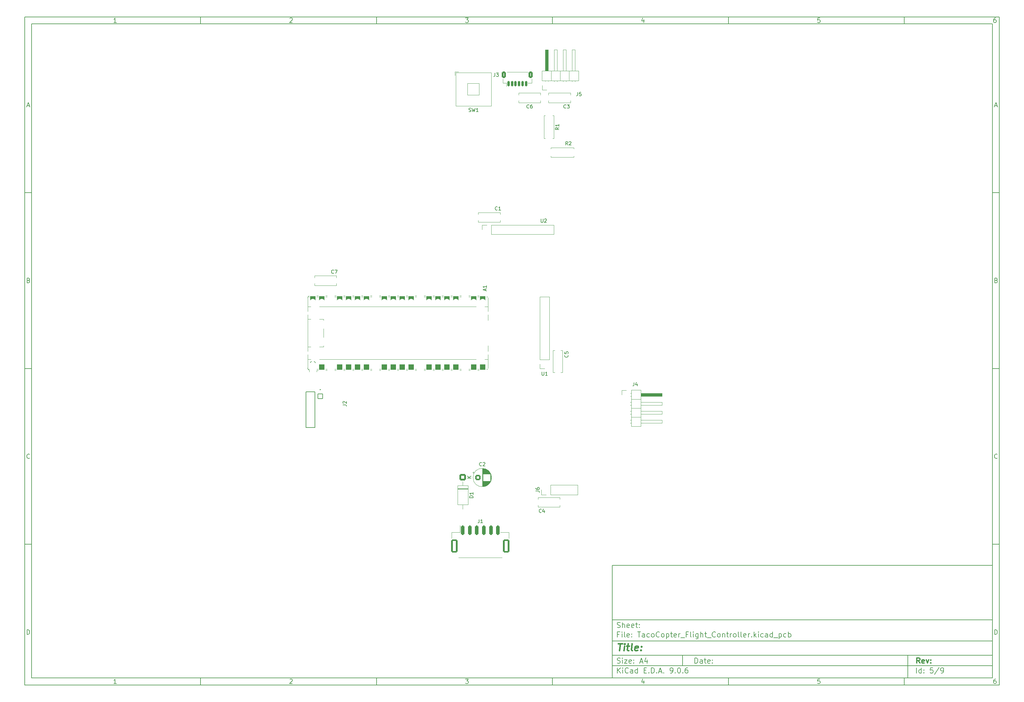
<source format=gto>
%TF.GenerationSoftware,KiCad,Pcbnew,9.0.6*%
%TF.CreationDate,2025-12-22T22:43:43-05:00*%
%TF.ProjectId,TacoCopter_Flight_Controller,5461636f-436f-4707-9465-725f466c6967,rev?*%
%TF.SameCoordinates,Original*%
%TF.FileFunction,Legend,Top*%
%TF.FilePolarity,Positive*%
%FSLAX46Y46*%
G04 Gerber Fmt 4.6, Leading zero omitted, Abs format (unit mm)*
G04 Created by KiCad (PCBNEW 9.0.6) date 2025-12-22 22:43:43*
%MOMM*%
%LPD*%
G01*
G04 APERTURE LIST*
G04 Aperture macros list*
%AMRoundRect*
0 Rectangle with rounded corners*
0 $1 Rounding radius*
0 $2 $3 $4 $5 $6 $7 $8 $9 X,Y pos of 4 corners*
0 Add a 4 corners polygon primitive as box body*
4,1,4,$2,$3,$4,$5,$6,$7,$8,$9,$2,$3,0*
0 Add four circle primitives for the rounded corners*
1,1,$1+$1,$2,$3*
1,1,$1+$1,$4,$5*
1,1,$1+$1,$6,$7*
1,1,$1+$1,$8,$9*
0 Add four rect primitives between the rounded corners*
20,1,$1+$1,$2,$3,$4,$5,0*
20,1,$1+$1,$4,$5,$6,$7,0*
20,1,$1+$1,$6,$7,$8,$9,0*
20,1,$1+$1,$8,$9,$2,$3,0*%
%AMFreePoly0*
4,1,37,0.800000,0.796148,0.878414,0.796148,1.032228,0.765552,1.177117,0.705537,1.307515,0.618408,1.418408,0.507515,1.505537,0.377117,1.565552,0.232228,1.596148,0.078414,1.596148,-0.078414,1.565552,-0.232228,1.505537,-0.377117,1.418408,-0.507515,1.307515,-0.618408,1.177117,-0.705537,1.032228,-0.765552,0.878414,-0.796148,0.800000,-0.796148,0.800000,-0.800000,-1.400000,-0.800000,
-1.403843,-0.796157,-1.439018,-0.796157,-1.511114,-0.766294,-1.566294,-0.711114,-1.596157,-0.639018,-1.596157,-0.603843,-1.600000,-0.600000,-1.600000,0.600000,-1.596157,0.603843,-1.596157,0.639018,-1.566294,0.711114,-1.511114,0.766294,-1.439018,0.796157,-1.403843,0.796157,-1.400000,0.800000,0.800000,0.800000,0.800000,0.796148,0.800000,0.796148,$1*%
%AMFreePoly1*
4,1,37,0.000000,0.796148,0.078414,0.796148,0.232228,0.765552,0.377117,0.705537,0.507515,0.618408,0.618408,0.507515,0.705537,0.377117,0.765552,0.232228,0.796148,0.078414,0.796148,-0.078414,0.765552,-0.232228,0.705537,-0.377117,0.618408,-0.507515,0.507515,-0.618408,0.377117,-0.705537,0.232228,-0.765552,0.078414,-0.796148,0.000000,-0.796148,0.000000,-0.800000,-0.600000,-0.800000,
-0.603843,-0.796157,-0.639018,-0.796157,-0.711114,-0.766294,-0.766294,-0.711114,-0.796157,-0.639018,-0.796157,-0.603843,-0.800000,-0.600000,-0.800000,0.600000,-0.796157,0.603843,-0.796157,0.639018,-0.766294,0.711114,-0.711114,0.766294,-0.639018,0.796157,-0.603843,0.796157,-0.600000,0.800000,0.000000,0.800000,0.000000,0.796148,0.000000,0.796148,$1*%
%AMFreePoly2*
4,1,37,0.603843,0.796157,0.639018,0.796157,0.711114,0.766294,0.766294,0.711114,0.796157,0.639018,0.796157,0.603843,0.800000,0.600000,0.800000,-0.600000,0.796157,-0.603843,0.796157,-0.639018,0.766294,-0.711114,0.711114,-0.766294,0.639018,-0.796157,0.603843,-0.796157,0.600000,-0.800000,0.000000,-0.800000,0.000000,-0.796148,-0.078414,-0.796148,-0.232228,-0.765552,-0.377117,-0.705537,
-0.507515,-0.618408,-0.618408,-0.507515,-0.705537,-0.377117,-0.765552,-0.232228,-0.796148,-0.078414,-0.796148,0.078414,-0.765552,0.232228,-0.705537,0.377117,-0.618408,0.507515,-0.507515,0.618408,-0.377117,0.705537,-0.232228,0.765552,-0.078414,0.796148,0.000000,0.796148,0.000000,0.800000,0.600000,0.800000,0.603843,0.796157,0.603843,0.796157,$1*%
%AMFreePoly3*
4,1,37,1.403843,0.796157,1.439018,0.796157,1.511114,0.766294,1.566294,0.711114,1.596157,0.639018,1.596157,0.603843,1.600000,0.600000,1.600000,-0.600000,1.596157,-0.603843,1.596157,-0.639018,1.566294,-0.711114,1.511114,-0.766294,1.439018,-0.796157,1.403843,-0.796157,1.400000,-0.800000,-0.800000,-0.800000,-0.800000,-0.796148,-0.878414,-0.796148,-1.032228,-0.765552,-1.177117,-0.705537,
-1.307515,-0.618408,-1.418408,-0.507515,-1.505537,-0.377117,-1.565552,-0.232228,-1.596148,-0.078414,-1.596148,0.078414,-1.565552,0.232228,-1.505537,0.377117,-1.418408,0.507515,-1.307515,0.618408,-1.177117,0.705537,-1.032228,0.765552,-0.878414,0.796148,-0.800000,0.796148,-0.800000,0.800000,1.400000,0.800000,1.403843,0.796157,1.403843,0.796157,$1*%
G04 Aperture macros list end*
%ADD10C,0.100000*%
%ADD11C,0.150000*%
%ADD12C,0.300000*%
%ADD13C,0.400000*%
%ADD14C,0.120000*%
%ADD15C,0.200000*%
%ADD16R,1.700000X1.700000*%
%ADD17C,1.700000*%
%ADD18RoundRect,0.800000X0.000010X-0.800000X0.000010X0.800000X-0.000010X0.800000X-0.000010X-0.800000X0*%
%ADD19C,1.600000*%
%ADD20FreePoly0,90.000000*%
%ADD21FreePoly1,90.000000*%
%ADD22FreePoly2,90.000000*%
%ADD23FreePoly3,90.000000*%
%ADD24RoundRect,0.200000X0.600000X-0.600000X0.600000X0.600000X-0.600000X0.600000X-0.600000X-0.600000X0*%
%ADD25C,2.200000*%
%ADD26C,1.850000*%
%ADD27RoundRect,0.250000X-0.550000X-0.550000X0.550000X-0.550000X0.550000X0.550000X-0.550000X0.550000X0*%
%ADD28R,1.800000X1.800000*%
%ADD29C,1.800000*%
%ADD30RoundRect,0.250000X-0.250000X-1.100000X0.250000X-1.100000X0.250000X1.100000X-0.250000X1.100000X0*%
%ADD31RoundRect,0.250000X-0.650000X-1.650000X0.650000X-1.650000X0.650000X1.650000X-0.650000X1.650000X0*%
%ADD32RoundRect,0.102000X-0.685000X0.685000X-0.685000X-0.685000X0.685000X-0.685000X0.685000X0.685000X0*%
%ADD33C,1.574000*%
%ADD34RoundRect,0.150000X-0.150000X-0.625000X0.150000X-0.625000X0.150000X0.625000X-0.150000X0.625000X0*%
%ADD35RoundRect,0.250000X-0.350000X-0.650000X0.350000X-0.650000X0.350000X0.650000X-0.350000X0.650000X0*%
%ADD36RoundRect,0.250000X-0.650000X0.650000X-0.650000X-0.650000X0.650000X-0.650000X0.650000X0.650000X0*%
G04 APERTURE END LIST*
D10*
D11*
X177002200Y-166007200D02*
X285002200Y-166007200D01*
X285002200Y-198007200D01*
X177002200Y-198007200D01*
X177002200Y-166007200D01*
D10*
D11*
X10000000Y-10000000D02*
X287002200Y-10000000D01*
X287002200Y-200007200D01*
X10000000Y-200007200D01*
X10000000Y-10000000D01*
D10*
D11*
X12000000Y-12000000D02*
X285002200Y-12000000D01*
X285002200Y-198007200D01*
X12000000Y-198007200D01*
X12000000Y-12000000D01*
D10*
D11*
X60000000Y-12000000D02*
X60000000Y-10000000D01*
D10*
D11*
X110000000Y-12000000D02*
X110000000Y-10000000D01*
D10*
D11*
X160000000Y-12000000D02*
X160000000Y-10000000D01*
D10*
D11*
X210000000Y-12000000D02*
X210000000Y-10000000D01*
D10*
D11*
X260000000Y-12000000D02*
X260000000Y-10000000D01*
D10*
D11*
X36089160Y-11593604D02*
X35346303Y-11593604D01*
X35717731Y-11593604D02*
X35717731Y-10293604D01*
X35717731Y-10293604D02*
X35593922Y-10479319D01*
X35593922Y-10479319D02*
X35470112Y-10603128D01*
X35470112Y-10603128D02*
X35346303Y-10665033D01*
D10*
D11*
X85346303Y-10417414D02*
X85408207Y-10355509D01*
X85408207Y-10355509D02*
X85532017Y-10293604D01*
X85532017Y-10293604D02*
X85841541Y-10293604D01*
X85841541Y-10293604D02*
X85965350Y-10355509D01*
X85965350Y-10355509D02*
X86027255Y-10417414D01*
X86027255Y-10417414D02*
X86089160Y-10541223D01*
X86089160Y-10541223D02*
X86089160Y-10665033D01*
X86089160Y-10665033D02*
X86027255Y-10850747D01*
X86027255Y-10850747D02*
X85284398Y-11593604D01*
X85284398Y-11593604D02*
X86089160Y-11593604D01*
D10*
D11*
X135284398Y-10293604D02*
X136089160Y-10293604D01*
X136089160Y-10293604D02*
X135655826Y-10788842D01*
X135655826Y-10788842D02*
X135841541Y-10788842D01*
X135841541Y-10788842D02*
X135965350Y-10850747D01*
X135965350Y-10850747D02*
X136027255Y-10912652D01*
X136027255Y-10912652D02*
X136089160Y-11036461D01*
X136089160Y-11036461D02*
X136089160Y-11345985D01*
X136089160Y-11345985D02*
X136027255Y-11469795D01*
X136027255Y-11469795D02*
X135965350Y-11531700D01*
X135965350Y-11531700D02*
X135841541Y-11593604D01*
X135841541Y-11593604D02*
X135470112Y-11593604D01*
X135470112Y-11593604D02*
X135346303Y-11531700D01*
X135346303Y-11531700D02*
X135284398Y-11469795D01*
D10*
D11*
X185965350Y-10726938D02*
X185965350Y-11593604D01*
X185655826Y-10231700D02*
X185346303Y-11160271D01*
X185346303Y-11160271D02*
X186151064Y-11160271D01*
D10*
D11*
X236027255Y-10293604D02*
X235408207Y-10293604D01*
X235408207Y-10293604D02*
X235346303Y-10912652D01*
X235346303Y-10912652D02*
X235408207Y-10850747D01*
X235408207Y-10850747D02*
X235532017Y-10788842D01*
X235532017Y-10788842D02*
X235841541Y-10788842D01*
X235841541Y-10788842D02*
X235965350Y-10850747D01*
X235965350Y-10850747D02*
X236027255Y-10912652D01*
X236027255Y-10912652D02*
X236089160Y-11036461D01*
X236089160Y-11036461D02*
X236089160Y-11345985D01*
X236089160Y-11345985D02*
X236027255Y-11469795D01*
X236027255Y-11469795D02*
X235965350Y-11531700D01*
X235965350Y-11531700D02*
X235841541Y-11593604D01*
X235841541Y-11593604D02*
X235532017Y-11593604D01*
X235532017Y-11593604D02*
X235408207Y-11531700D01*
X235408207Y-11531700D02*
X235346303Y-11469795D01*
D10*
D11*
X285965350Y-10293604D02*
X285717731Y-10293604D01*
X285717731Y-10293604D02*
X285593922Y-10355509D01*
X285593922Y-10355509D02*
X285532017Y-10417414D01*
X285532017Y-10417414D02*
X285408207Y-10603128D01*
X285408207Y-10603128D02*
X285346303Y-10850747D01*
X285346303Y-10850747D02*
X285346303Y-11345985D01*
X285346303Y-11345985D02*
X285408207Y-11469795D01*
X285408207Y-11469795D02*
X285470112Y-11531700D01*
X285470112Y-11531700D02*
X285593922Y-11593604D01*
X285593922Y-11593604D02*
X285841541Y-11593604D01*
X285841541Y-11593604D02*
X285965350Y-11531700D01*
X285965350Y-11531700D02*
X286027255Y-11469795D01*
X286027255Y-11469795D02*
X286089160Y-11345985D01*
X286089160Y-11345985D02*
X286089160Y-11036461D01*
X286089160Y-11036461D02*
X286027255Y-10912652D01*
X286027255Y-10912652D02*
X285965350Y-10850747D01*
X285965350Y-10850747D02*
X285841541Y-10788842D01*
X285841541Y-10788842D02*
X285593922Y-10788842D01*
X285593922Y-10788842D02*
X285470112Y-10850747D01*
X285470112Y-10850747D02*
X285408207Y-10912652D01*
X285408207Y-10912652D02*
X285346303Y-11036461D01*
D10*
D11*
X60000000Y-198007200D02*
X60000000Y-200007200D01*
D10*
D11*
X110000000Y-198007200D02*
X110000000Y-200007200D01*
D10*
D11*
X160000000Y-198007200D02*
X160000000Y-200007200D01*
D10*
D11*
X210000000Y-198007200D02*
X210000000Y-200007200D01*
D10*
D11*
X260000000Y-198007200D02*
X260000000Y-200007200D01*
D10*
D11*
X36089160Y-199600804D02*
X35346303Y-199600804D01*
X35717731Y-199600804D02*
X35717731Y-198300804D01*
X35717731Y-198300804D02*
X35593922Y-198486519D01*
X35593922Y-198486519D02*
X35470112Y-198610328D01*
X35470112Y-198610328D02*
X35346303Y-198672233D01*
D10*
D11*
X85346303Y-198424614D02*
X85408207Y-198362709D01*
X85408207Y-198362709D02*
X85532017Y-198300804D01*
X85532017Y-198300804D02*
X85841541Y-198300804D01*
X85841541Y-198300804D02*
X85965350Y-198362709D01*
X85965350Y-198362709D02*
X86027255Y-198424614D01*
X86027255Y-198424614D02*
X86089160Y-198548423D01*
X86089160Y-198548423D02*
X86089160Y-198672233D01*
X86089160Y-198672233D02*
X86027255Y-198857947D01*
X86027255Y-198857947D02*
X85284398Y-199600804D01*
X85284398Y-199600804D02*
X86089160Y-199600804D01*
D10*
D11*
X135284398Y-198300804D02*
X136089160Y-198300804D01*
X136089160Y-198300804D02*
X135655826Y-198796042D01*
X135655826Y-198796042D02*
X135841541Y-198796042D01*
X135841541Y-198796042D02*
X135965350Y-198857947D01*
X135965350Y-198857947D02*
X136027255Y-198919852D01*
X136027255Y-198919852D02*
X136089160Y-199043661D01*
X136089160Y-199043661D02*
X136089160Y-199353185D01*
X136089160Y-199353185D02*
X136027255Y-199476995D01*
X136027255Y-199476995D02*
X135965350Y-199538900D01*
X135965350Y-199538900D02*
X135841541Y-199600804D01*
X135841541Y-199600804D02*
X135470112Y-199600804D01*
X135470112Y-199600804D02*
X135346303Y-199538900D01*
X135346303Y-199538900D02*
X135284398Y-199476995D01*
D10*
D11*
X185965350Y-198734138D02*
X185965350Y-199600804D01*
X185655826Y-198238900D02*
X185346303Y-199167471D01*
X185346303Y-199167471D02*
X186151064Y-199167471D01*
D10*
D11*
X236027255Y-198300804D02*
X235408207Y-198300804D01*
X235408207Y-198300804D02*
X235346303Y-198919852D01*
X235346303Y-198919852D02*
X235408207Y-198857947D01*
X235408207Y-198857947D02*
X235532017Y-198796042D01*
X235532017Y-198796042D02*
X235841541Y-198796042D01*
X235841541Y-198796042D02*
X235965350Y-198857947D01*
X235965350Y-198857947D02*
X236027255Y-198919852D01*
X236027255Y-198919852D02*
X236089160Y-199043661D01*
X236089160Y-199043661D02*
X236089160Y-199353185D01*
X236089160Y-199353185D02*
X236027255Y-199476995D01*
X236027255Y-199476995D02*
X235965350Y-199538900D01*
X235965350Y-199538900D02*
X235841541Y-199600804D01*
X235841541Y-199600804D02*
X235532017Y-199600804D01*
X235532017Y-199600804D02*
X235408207Y-199538900D01*
X235408207Y-199538900D02*
X235346303Y-199476995D01*
D10*
D11*
X285965350Y-198300804D02*
X285717731Y-198300804D01*
X285717731Y-198300804D02*
X285593922Y-198362709D01*
X285593922Y-198362709D02*
X285532017Y-198424614D01*
X285532017Y-198424614D02*
X285408207Y-198610328D01*
X285408207Y-198610328D02*
X285346303Y-198857947D01*
X285346303Y-198857947D02*
X285346303Y-199353185D01*
X285346303Y-199353185D02*
X285408207Y-199476995D01*
X285408207Y-199476995D02*
X285470112Y-199538900D01*
X285470112Y-199538900D02*
X285593922Y-199600804D01*
X285593922Y-199600804D02*
X285841541Y-199600804D01*
X285841541Y-199600804D02*
X285965350Y-199538900D01*
X285965350Y-199538900D02*
X286027255Y-199476995D01*
X286027255Y-199476995D02*
X286089160Y-199353185D01*
X286089160Y-199353185D02*
X286089160Y-199043661D01*
X286089160Y-199043661D02*
X286027255Y-198919852D01*
X286027255Y-198919852D02*
X285965350Y-198857947D01*
X285965350Y-198857947D02*
X285841541Y-198796042D01*
X285841541Y-198796042D02*
X285593922Y-198796042D01*
X285593922Y-198796042D02*
X285470112Y-198857947D01*
X285470112Y-198857947D02*
X285408207Y-198919852D01*
X285408207Y-198919852D02*
X285346303Y-199043661D01*
D10*
D11*
X10000000Y-60000000D02*
X12000000Y-60000000D01*
D10*
D11*
X10000000Y-110000000D02*
X12000000Y-110000000D01*
D10*
D11*
X10000000Y-160000000D02*
X12000000Y-160000000D01*
D10*
D11*
X10690476Y-35222176D02*
X11309523Y-35222176D01*
X10566666Y-35593604D02*
X10999999Y-34293604D01*
X10999999Y-34293604D02*
X11433333Y-35593604D01*
D10*
D11*
X11092857Y-84912652D02*
X11278571Y-84974557D01*
X11278571Y-84974557D02*
X11340476Y-85036461D01*
X11340476Y-85036461D02*
X11402380Y-85160271D01*
X11402380Y-85160271D02*
X11402380Y-85345985D01*
X11402380Y-85345985D02*
X11340476Y-85469795D01*
X11340476Y-85469795D02*
X11278571Y-85531700D01*
X11278571Y-85531700D02*
X11154761Y-85593604D01*
X11154761Y-85593604D02*
X10659523Y-85593604D01*
X10659523Y-85593604D02*
X10659523Y-84293604D01*
X10659523Y-84293604D02*
X11092857Y-84293604D01*
X11092857Y-84293604D02*
X11216666Y-84355509D01*
X11216666Y-84355509D02*
X11278571Y-84417414D01*
X11278571Y-84417414D02*
X11340476Y-84541223D01*
X11340476Y-84541223D02*
X11340476Y-84665033D01*
X11340476Y-84665033D02*
X11278571Y-84788842D01*
X11278571Y-84788842D02*
X11216666Y-84850747D01*
X11216666Y-84850747D02*
X11092857Y-84912652D01*
X11092857Y-84912652D02*
X10659523Y-84912652D01*
D10*
D11*
X11402380Y-135469795D02*
X11340476Y-135531700D01*
X11340476Y-135531700D02*
X11154761Y-135593604D01*
X11154761Y-135593604D02*
X11030952Y-135593604D01*
X11030952Y-135593604D02*
X10845238Y-135531700D01*
X10845238Y-135531700D02*
X10721428Y-135407890D01*
X10721428Y-135407890D02*
X10659523Y-135284080D01*
X10659523Y-135284080D02*
X10597619Y-135036461D01*
X10597619Y-135036461D02*
X10597619Y-134850747D01*
X10597619Y-134850747D02*
X10659523Y-134603128D01*
X10659523Y-134603128D02*
X10721428Y-134479319D01*
X10721428Y-134479319D02*
X10845238Y-134355509D01*
X10845238Y-134355509D02*
X11030952Y-134293604D01*
X11030952Y-134293604D02*
X11154761Y-134293604D01*
X11154761Y-134293604D02*
X11340476Y-134355509D01*
X11340476Y-134355509D02*
X11402380Y-134417414D01*
D10*
D11*
X10659523Y-185593604D02*
X10659523Y-184293604D01*
X10659523Y-184293604D02*
X10969047Y-184293604D01*
X10969047Y-184293604D02*
X11154761Y-184355509D01*
X11154761Y-184355509D02*
X11278571Y-184479319D01*
X11278571Y-184479319D02*
X11340476Y-184603128D01*
X11340476Y-184603128D02*
X11402380Y-184850747D01*
X11402380Y-184850747D02*
X11402380Y-185036461D01*
X11402380Y-185036461D02*
X11340476Y-185284080D01*
X11340476Y-185284080D02*
X11278571Y-185407890D01*
X11278571Y-185407890D02*
X11154761Y-185531700D01*
X11154761Y-185531700D02*
X10969047Y-185593604D01*
X10969047Y-185593604D02*
X10659523Y-185593604D01*
D10*
D11*
X287002200Y-60000000D02*
X285002200Y-60000000D01*
D10*
D11*
X287002200Y-110000000D02*
X285002200Y-110000000D01*
D10*
D11*
X287002200Y-160000000D02*
X285002200Y-160000000D01*
D10*
D11*
X285692676Y-35222176D02*
X286311723Y-35222176D01*
X285568866Y-35593604D02*
X286002199Y-34293604D01*
X286002199Y-34293604D02*
X286435533Y-35593604D01*
D10*
D11*
X286095057Y-84912652D02*
X286280771Y-84974557D01*
X286280771Y-84974557D02*
X286342676Y-85036461D01*
X286342676Y-85036461D02*
X286404580Y-85160271D01*
X286404580Y-85160271D02*
X286404580Y-85345985D01*
X286404580Y-85345985D02*
X286342676Y-85469795D01*
X286342676Y-85469795D02*
X286280771Y-85531700D01*
X286280771Y-85531700D02*
X286156961Y-85593604D01*
X286156961Y-85593604D02*
X285661723Y-85593604D01*
X285661723Y-85593604D02*
X285661723Y-84293604D01*
X285661723Y-84293604D02*
X286095057Y-84293604D01*
X286095057Y-84293604D02*
X286218866Y-84355509D01*
X286218866Y-84355509D02*
X286280771Y-84417414D01*
X286280771Y-84417414D02*
X286342676Y-84541223D01*
X286342676Y-84541223D02*
X286342676Y-84665033D01*
X286342676Y-84665033D02*
X286280771Y-84788842D01*
X286280771Y-84788842D02*
X286218866Y-84850747D01*
X286218866Y-84850747D02*
X286095057Y-84912652D01*
X286095057Y-84912652D02*
X285661723Y-84912652D01*
D10*
D11*
X286404580Y-135469795D02*
X286342676Y-135531700D01*
X286342676Y-135531700D02*
X286156961Y-135593604D01*
X286156961Y-135593604D02*
X286033152Y-135593604D01*
X286033152Y-135593604D02*
X285847438Y-135531700D01*
X285847438Y-135531700D02*
X285723628Y-135407890D01*
X285723628Y-135407890D02*
X285661723Y-135284080D01*
X285661723Y-135284080D02*
X285599819Y-135036461D01*
X285599819Y-135036461D02*
X285599819Y-134850747D01*
X285599819Y-134850747D02*
X285661723Y-134603128D01*
X285661723Y-134603128D02*
X285723628Y-134479319D01*
X285723628Y-134479319D02*
X285847438Y-134355509D01*
X285847438Y-134355509D02*
X286033152Y-134293604D01*
X286033152Y-134293604D02*
X286156961Y-134293604D01*
X286156961Y-134293604D02*
X286342676Y-134355509D01*
X286342676Y-134355509D02*
X286404580Y-134417414D01*
D10*
D11*
X285661723Y-185593604D02*
X285661723Y-184293604D01*
X285661723Y-184293604D02*
X285971247Y-184293604D01*
X285971247Y-184293604D02*
X286156961Y-184355509D01*
X286156961Y-184355509D02*
X286280771Y-184479319D01*
X286280771Y-184479319D02*
X286342676Y-184603128D01*
X286342676Y-184603128D02*
X286404580Y-184850747D01*
X286404580Y-184850747D02*
X286404580Y-185036461D01*
X286404580Y-185036461D02*
X286342676Y-185284080D01*
X286342676Y-185284080D02*
X286280771Y-185407890D01*
X286280771Y-185407890D02*
X286156961Y-185531700D01*
X286156961Y-185531700D02*
X285971247Y-185593604D01*
X285971247Y-185593604D02*
X285661723Y-185593604D01*
D10*
D11*
X200458026Y-193793328D02*
X200458026Y-192293328D01*
X200458026Y-192293328D02*
X200815169Y-192293328D01*
X200815169Y-192293328D02*
X201029455Y-192364757D01*
X201029455Y-192364757D02*
X201172312Y-192507614D01*
X201172312Y-192507614D02*
X201243741Y-192650471D01*
X201243741Y-192650471D02*
X201315169Y-192936185D01*
X201315169Y-192936185D02*
X201315169Y-193150471D01*
X201315169Y-193150471D02*
X201243741Y-193436185D01*
X201243741Y-193436185D02*
X201172312Y-193579042D01*
X201172312Y-193579042D02*
X201029455Y-193721900D01*
X201029455Y-193721900D02*
X200815169Y-193793328D01*
X200815169Y-193793328D02*
X200458026Y-193793328D01*
X202600884Y-193793328D02*
X202600884Y-193007614D01*
X202600884Y-193007614D02*
X202529455Y-192864757D01*
X202529455Y-192864757D02*
X202386598Y-192793328D01*
X202386598Y-192793328D02*
X202100884Y-192793328D01*
X202100884Y-192793328D02*
X201958026Y-192864757D01*
X202600884Y-193721900D02*
X202458026Y-193793328D01*
X202458026Y-193793328D02*
X202100884Y-193793328D01*
X202100884Y-193793328D02*
X201958026Y-193721900D01*
X201958026Y-193721900D02*
X201886598Y-193579042D01*
X201886598Y-193579042D02*
X201886598Y-193436185D01*
X201886598Y-193436185D02*
X201958026Y-193293328D01*
X201958026Y-193293328D02*
X202100884Y-193221900D01*
X202100884Y-193221900D02*
X202458026Y-193221900D01*
X202458026Y-193221900D02*
X202600884Y-193150471D01*
X203100884Y-192793328D02*
X203672312Y-192793328D01*
X203315169Y-192293328D02*
X203315169Y-193579042D01*
X203315169Y-193579042D02*
X203386598Y-193721900D01*
X203386598Y-193721900D02*
X203529455Y-193793328D01*
X203529455Y-193793328D02*
X203672312Y-193793328D01*
X204743741Y-193721900D02*
X204600884Y-193793328D01*
X204600884Y-193793328D02*
X204315170Y-193793328D01*
X204315170Y-193793328D02*
X204172312Y-193721900D01*
X204172312Y-193721900D02*
X204100884Y-193579042D01*
X204100884Y-193579042D02*
X204100884Y-193007614D01*
X204100884Y-193007614D02*
X204172312Y-192864757D01*
X204172312Y-192864757D02*
X204315170Y-192793328D01*
X204315170Y-192793328D02*
X204600884Y-192793328D01*
X204600884Y-192793328D02*
X204743741Y-192864757D01*
X204743741Y-192864757D02*
X204815170Y-193007614D01*
X204815170Y-193007614D02*
X204815170Y-193150471D01*
X204815170Y-193150471D02*
X204100884Y-193293328D01*
X205458026Y-193650471D02*
X205529455Y-193721900D01*
X205529455Y-193721900D02*
X205458026Y-193793328D01*
X205458026Y-193793328D02*
X205386598Y-193721900D01*
X205386598Y-193721900D02*
X205458026Y-193650471D01*
X205458026Y-193650471D02*
X205458026Y-193793328D01*
X205458026Y-192864757D02*
X205529455Y-192936185D01*
X205529455Y-192936185D02*
X205458026Y-193007614D01*
X205458026Y-193007614D02*
X205386598Y-192936185D01*
X205386598Y-192936185D02*
X205458026Y-192864757D01*
X205458026Y-192864757D02*
X205458026Y-193007614D01*
D10*
D11*
X177002200Y-194507200D02*
X285002200Y-194507200D01*
D10*
D11*
X178458026Y-196593328D02*
X178458026Y-195093328D01*
X179315169Y-196593328D02*
X178672312Y-195736185D01*
X179315169Y-195093328D02*
X178458026Y-195950471D01*
X179958026Y-196593328D02*
X179958026Y-195593328D01*
X179958026Y-195093328D02*
X179886598Y-195164757D01*
X179886598Y-195164757D02*
X179958026Y-195236185D01*
X179958026Y-195236185D02*
X180029455Y-195164757D01*
X180029455Y-195164757D02*
X179958026Y-195093328D01*
X179958026Y-195093328D02*
X179958026Y-195236185D01*
X181529455Y-196450471D02*
X181458027Y-196521900D01*
X181458027Y-196521900D02*
X181243741Y-196593328D01*
X181243741Y-196593328D02*
X181100884Y-196593328D01*
X181100884Y-196593328D02*
X180886598Y-196521900D01*
X180886598Y-196521900D02*
X180743741Y-196379042D01*
X180743741Y-196379042D02*
X180672312Y-196236185D01*
X180672312Y-196236185D02*
X180600884Y-195950471D01*
X180600884Y-195950471D02*
X180600884Y-195736185D01*
X180600884Y-195736185D02*
X180672312Y-195450471D01*
X180672312Y-195450471D02*
X180743741Y-195307614D01*
X180743741Y-195307614D02*
X180886598Y-195164757D01*
X180886598Y-195164757D02*
X181100884Y-195093328D01*
X181100884Y-195093328D02*
X181243741Y-195093328D01*
X181243741Y-195093328D02*
X181458027Y-195164757D01*
X181458027Y-195164757D02*
X181529455Y-195236185D01*
X182815170Y-196593328D02*
X182815170Y-195807614D01*
X182815170Y-195807614D02*
X182743741Y-195664757D01*
X182743741Y-195664757D02*
X182600884Y-195593328D01*
X182600884Y-195593328D02*
X182315170Y-195593328D01*
X182315170Y-195593328D02*
X182172312Y-195664757D01*
X182815170Y-196521900D02*
X182672312Y-196593328D01*
X182672312Y-196593328D02*
X182315170Y-196593328D01*
X182315170Y-196593328D02*
X182172312Y-196521900D01*
X182172312Y-196521900D02*
X182100884Y-196379042D01*
X182100884Y-196379042D02*
X182100884Y-196236185D01*
X182100884Y-196236185D02*
X182172312Y-196093328D01*
X182172312Y-196093328D02*
X182315170Y-196021900D01*
X182315170Y-196021900D02*
X182672312Y-196021900D01*
X182672312Y-196021900D02*
X182815170Y-195950471D01*
X184172313Y-196593328D02*
X184172313Y-195093328D01*
X184172313Y-196521900D02*
X184029455Y-196593328D01*
X184029455Y-196593328D02*
X183743741Y-196593328D01*
X183743741Y-196593328D02*
X183600884Y-196521900D01*
X183600884Y-196521900D02*
X183529455Y-196450471D01*
X183529455Y-196450471D02*
X183458027Y-196307614D01*
X183458027Y-196307614D02*
X183458027Y-195879042D01*
X183458027Y-195879042D02*
X183529455Y-195736185D01*
X183529455Y-195736185D02*
X183600884Y-195664757D01*
X183600884Y-195664757D02*
X183743741Y-195593328D01*
X183743741Y-195593328D02*
X184029455Y-195593328D01*
X184029455Y-195593328D02*
X184172313Y-195664757D01*
X186029455Y-195807614D02*
X186529455Y-195807614D01*
X186743741Y-196593328D02*
X186029455Y-196593328D01*
X186029455Y-196593328D02*
X186029455Y-195093328D01*
X186029455Y-195093328D02*
X186743741Y-195093328D01*
X187386598Y-196450471D02*
X187458027Y-196521900D01*
X187458027Y-196521900D02*
X187386598Y-196593328D01*
X187386598Y-196593328D02*
X187315170Y-196521900D01*
X187315170Y-196521900D02*
X187386598Y-196450471D01*
X187386598Y-196450471D02*
X187386598Y-196593328D01*
X188100884Y-196593328D02*
X188100884Y-195093328D01*
X188100884Y-195093328D02*
X188458027Y-195093328D01*
X188458027Y-195093328D02*
X188672313Y-195164757D01*
X188672313Y-195164757D02*
X188815170Y-195307614D01*
X188815170Y-195307614D02*
X188886599Y-195450471D01*
X188886599Y-195450471D02*
X188958027Y-195736185D01*
X188958027Y-195736185D02*
X188958027Y-195950471D01*
X188958027Y-195950471D02*
X188886599Y-196236185D01*
X188886599Y-196236185D02*
X188815170Y-196379042D01*
X188815170Y-196379042D02*
X188672313Y-196521900D01*
X188672313Y-196521900D02*
X188458027Y-196593328D01*
X188458027Y-196593328D02*
X188100884Y-196593328D01*
X189600884Y-196450471D02*
X189672313Y-196521900D01*
X189672313Y-196521900D02*
X189600884Y-196593328D01*
X189600884Y-196593328D02*
X189529456Y-196521900D01*
X189529456Y-196521900D02*
X189600884Y-196450471D01*
X189600884Y-196450471D02*
X189600884Y-196593328D01*
X190243742Y-196164757D02*
X190958028Y-196164757D01*
X190100885Y-196593328D02*
X190600885Y-195093328D01*
X190600885Y-195093328D02*
X191100885Y-196593328D01*
X191600884Y-196450471D02*
X191672313Y-196521900D01*
X191672313Y-196521900D02*
X191600884Y-196593328D01*
X191600884Y-196593328D02*
X191529456Y-196521900D01*
X191529456Y-196521900D02*
X191600884Y-196450471D01*
X191600884Y-196450471D02*
X191600884Y-196593328D01*
X193529456Y-196593328D02*
X193815170Y-196593328D01*
X193815170Y-196593328D02*
X193958027Y-196521900D01*
X193958027Y-196521900D02*
X194029456Y-196450471D01*
X194029456Y-196450471D02*
X194172313Y-196236185D01*
X194172313Y-196236185D02*
X194243742Y-195950471D01*
X194243742Y-195950471D02*
X194243742Y-195379042D01*
X194243742Y-195379042D02*
X194172313Y-195236185D01*
X194172313Y-195236185D02*
X194100885Y-195164757D01*
X194100885Y-195164757D02*
X193958027Y-195093328D01*
X193958027Y-195093328D02*
X193672313Y-195093328D01*
X193672313Y-195093328D02*
X193529456Y-195164757D01*
X193529456Y-195164757D02*
X193458027Y-195236185D01*
X193458027Y-195236185D02*
X193386599Y-195379042D01*
X193386599Y-195379042D02*
X193386599Y-195736185D01*
X193386599Y-195736185D02*
X193458027Y-195879042D01*
X193458027Y-195879042D02*
X193529456Y-195950471D01*
X193529456Y-195950471D02*
X193672313Y-196021900D01*
X193672313Y-196021900D02*
X193958027Y-196021900D01*
X193958027Y-196021900D02*
X194100885Y-195950471D01*
X194100885Y-195950471D02*
X194172313Y-195879042D01*
X194172313Y-195879042D02*
X194243742Y-195736185D01*
X194886598Y-196450471D02*
X194958027Y-196521900D01*
X194958027Y-196521900D02*
X194886598Y-196593328D01*
X194886598Y-196593328D02*
X194815170Y-196521900D01*
X194815170Y-196521900D02*
X194886598Y-196450471D01*
X194886598Y-196450471D02*
X194886598Y-196593328D01*
X195886599Y-195093328D02*
X196029456Y-195093328D01*
X196029456Y-195093328D02*
X196172313Y-195164757D01*
X196172313Y-195164757D02*
X196243742Y-195236185D01*
X196243742Y-195236185D02*
X196315170Y-195379042D01*
X196315170Y-195379042D02*
X196386599Y-195664757D01*
X196386599Y-195664757D02*
X196386599Y-196021900D01*
X196386599Y-196021900D02*
X196315170Y-196307614D01*
X196315170Y-196307614D02*
X196243742Y-196450471D01*
X196243742Y-196450471D02*
X196172313Y-196521900D01*
X196172313Y-196521900D02*
X196029456Y-196593328D01*
X196029456Y-196593328D02*
X195886599Y-196593328D01*
X195886599Y-196593328D02*
X195743742Y-196521900D01*
X195743742Y-196521900D02*
X195672313Y-196450471D01*
X195672313Y-196450471D02*
X195600884Y-196307614D01*
X195600884Y-196307614D02*
X195529456Y-196021900D01*
X195529456Y-196021900D02*
X195529456Y-195664757D01*
X195529456Y-195664757D02*
X195600884Y-195379042D01*
X195600884Y-195379042D02*
X195672313Y-195236185D01*
X195672313Y-195236185D02*
X195743742Y-195164757D01*
X195743742Y-195164757D02*
X195886599Y-195093328D01*
X197029455Y-196450471D02*
X197100884Y-196521900D01*
X197100884Y-196521900D02*
X197029455Y-196593328D01*
X197029455Y-196593328D02*
X196958027Y-196521900D01*
X196958027Y-196521900D02*
X197029455Y-196450471D01*
X197029455Y-196450471D02*
X197029455Y-196593328D01*
X198386599Y-195093328D02*
X198100884Y-195093328D01*
X198100884Y-195093328D02*
X197958027Y-195164757D01*
X197958027Y-195164757D02*
X197886599Y-195236185D01*
X197886599Y-195236185D02*
X197743741Y-195450471D01*
X197743741Y-195450471D02*
X197672313Y-195736185D01*
X197672313Y-195736185D02*
X197672313Y-196307614D01*
X197672313Y-196307614D02*
X197743741Y-196450471D01*
X197743741Y-196450471D02*
X197815170Y-196521900D01*
X197815170Y-196521900D02*
X197958027Y-196593328D01*
X197958027Y-196593328D02*
X198243741Y-196593328D01*
X198243741Y-196593328D02*
X198386599Y-196521900D01*
X198386599Y-196521900D02*
X198458027Y-196450471D01*
X198458027Y-196450471D02*
X198529456Y-196307614D01*
X198529456Y-196307614D02*
X198529456Y-195950471D01*
X198529456Y-195950471D02*
X198458027Y-195807614D01*
X198458027Y-195807614D02*
X198386599Y-195736185D01*
X198386599Y-195736185D02*
X198243741Y-195664757D01*
X198243741Y-195664757D02*
X197958027Y-195664757D01*
X197958027Y-195664757D02*
X197815170Y-195736185D01*
X197815170Y-195736185D02*
X197743741Y-195807614D01*
X197743741Y-195807614D02*
X197672313Y-195950471D01*
D10*
D11*
X177002200Y-191507200D02*
X285002200Y-191507200D01*
D10*
D12*
X264413853Y-193785528D02*
X263913853Y-193071242D01*
X263556710Y-193785528D02*
X263556710Y-192285528D01*
X263556710Y-192285528D02*
X264128139Y-192285528D01*
X264128139Y-192285528D02*
X264270996Y-192356957D01*
X264270996Y-192356957D02*
X264342425Y-192428385D01*
X264342425Y-192428385D02*
X264413853Y-192571242D01*
X264413853Y-192571242D02*
X264413853Y-192785528D01*
X264413853Y-192785528D02*
X264342425Y-192928385D01*
X264342425Y-192928385D02*
X264270996Y-192999814D01*
X264270996Y-192999814D02*
X264128139Y-193071242D01*
X264128139Y-193071242D02*
X263556710Y-193071242D01*
X265628139Y-193714100D02*
X265485282Y-193785528D01*
X265485282Y-193785528D02*
X265199568Y-193785528D01*
X265199568Y-193785528D02*
X265056710Y-193714100D01*
X265056710Y-193714100D02*
X264985282Y-193571242D01*
X264985282Y-193571242D02*
X264985282Y-192999814D01*
X264985282Y-192999814D02*
X265056710Y-192856957D01*
X265056710Y-192856957D02*
X265199568Y-192785528D01*
X265199568Y-192785528D02*
X265485282Y-192785528D01*
X265485282Y-192785528D02*
X265628139Y-192856957D01*
X265628139Y-192856957D02*
X265699568Y-192999814D01*
X265699568Y-192999814D02*
X265699568Y-193142671D01*
X265699568Y-193142671D02*
X264985282Y-193285528D01*
X266199567Y-192785528D02*
X266556710Y-193785528D01*
X266556710Y-193785528D02*
X266913853Y-192785528D01*
X267485281Y-193642671D02*
X267556710Y-193714100D01*
X267556710Y-193714100D02*
X267485281Y-193785528D01*
X267485281Y-193785528D02*
X267413853Y-193714100D01*
X267413853Y-193714100D02*
X267485281Y-193642671D01*
X267485281Y-193642671D02*
X267485281Y-193785528D01*
X267485281Y-192856957D02*
X267556710Y-192928385D01*
X267556710Y-192928385D02*
X267485281Y-192999814D01*
X267485281Y-192999814D02*
X267413853Y-192928385D01*
X267413853Y-192928385D02*
X267485281Y-192856957D01*
X267485281Y-192856957D02*
X267485281Y-192999814D01*
D10*
D11*
X178386598Y-193721900D02*
X178600884Y-193793328D01*
X178600884Y-193793328D02*
X178958026Y-193793328D01*
X178958026Y-193793328D02*
X179100884Y-193721900D01*
X179100884Y-193721900D02*
X179172312Y-193650471D01*
X179172312Y-193650471D02*
X179243741Y-193507614D01*
X179243741Y-193507614D02*
X179243741Y-193364757D01*
X179243741Y-193364757D02*
X179172312Y-193221900D01*
X179172312Y-193221900D02*
X179100884Y-193150471D01*
X179100884Y-193150471D02*
X178958026Y-193079042D01*
X178958026Y-193079042D02*
X178672312Y-193007614D01*
X178672312Y-193007614D02*
X178529455Y-192936185D01*
X178529455Y-192936185D02*
X178458026Y-192864757D01*
X178458026Y-192864757D02*
X178386598Y-192721900D01*
X178386598Y-192721900D02*
X178386598Y-192579042D01*
X178386598Y-192579042D02*
X178458026Y-192436185D01*
X178458026Y-192436185D02*
X178529455Y-192364757D01*
X178529455Y-192364757D02*
X178672312Y-192293328D01*
X178672312Y-192293328D02*
X179029455Y-192293328D01*
X179029455Y-192293328D02*
X179243741Y-192364757D01*
X179886597Y-193793328D02*
X179886597Y-192793328D01*
X179886597Y-192293328D02*
X179815169Y-192364757D01*
X179815169Y-192364757D02*
X179886597Y-192436185D01*
X179886597Y-192436185D02*
X179958026Y-192364757D01*
X179958026Y-192364757D02*
X179886597Y-192293328D01*
X179886597Y-192293328D02*
X179886597Y-192436185D01*
X180458026Y-192793328D02*
X181243741Y-192793328D01*
X181243741Y-192793328D02*
X180458026Y-193793328D01*
X180458026Y-193793328D02*
X181243741Y-193793328D01*
X182386598Y-193721900D02*
X182243741Y-193793328D01*
X182243741Y-193793328D02*
X181958027Y-193793328D01*
X181958027Y-193793328D02*
X181815169Y-193721900D01*
X181815169Y-193721900D02*
X181743741Y-193579042D01*
X181743741Y-193579042D02*
X181743741Y-193007614D01*
X181743741Y-193007614D02*
X181815169Y-192864757D01*
X181815169Y-192864757D02*
X181958027Y-192793328D01*
X181958027Y-192793328D02*
X182243741Y-192793328D01*
X182243741Y-192793328D02*
X182386598Y-192864757D01*
X182386598Y-192864757D02*
X182458027Y-193007614D01*
X182458027Y-193007614D02*
X182458027Y-193150471D01*
X182458027Y-193150471D02*
X181743741Y-193293328D01*
X183100883Y-193650471D02*
X183172312Y-193721900D01*
X183172312Y-193721900D02*
X183100883Y-193793328D01*
X183100883Y-193793328D02*
X183029455Y-193721900D01*
X183029455Y-193721900D02*
X183100883Y-193650471D01*
X183100883Y-193650471D02*
X183100883Y-193793328D01*
X183100883Y-192864757D02*
X183172312Y-192936185D01*
X183172312Y-192936185D02*
X183100883Y-193007614D01*
X183100883Y-193007614D02*
X183029455Y-192936185D01*
X183029455Y-192936185D02*
X183100883Y-192864757D01*
X183100883Y-192864757D02*
X183100883Y-193007614D01*
X184886598Y-193364757D02*
X185600884Y-193364757D01*
X184743741Y-193793328D02*
X185243741Y-192293328D01*
X185243741Y-192293328D02*
X185743741Y-193793328D01*
X186886598Y-192793328D02*
X186886598Y-193793328D01*
X186529455Y-192221900D02*
X186172312Y-193293328D01*
X186172312Y-193293328D02*
X187100883Y-193293328D01*
D10*
D11*
X263458026Y-196593328D02*
X263458026Y-195093328D01*
X264815170Y-196593328D02*
X264815170Y-195093328D01*
X264815170Y-196521900D02*
X264672312Y-196593328D01*
X264672312Y-196593328D02*
X264386598Y-196593328D01*
X264386598Y-196593328D02*
X264243741Y-196521900D01*
X264243741Y-196521900D02*
X264172312Y-196450471D01*
X264172312Y-196450471D02*
X264100884Y-196307614D01*
X264100884Y-196307614D02*
X264100884Y-195879042D01*
X264100884Y-195879042D02*
X264172312Y-195736185D01*
X264172312Y-195736185D02*
X264243741Y-195664757D01*
X264243741Y-195664757D02*
X264386598Y-195593328D01*
X264386598Y-195593328D02*
X264672312Y-195593328D01*
X264672312Y-195593328D02*
X264815170Y-195664757D01*
X265529455Y-196450471D02*
X265600884Y-196521900D01*
X265600884Y-196521900D02*
X265529455Y-196593328D01*
X265529455Y-196593328D02*
X265458027Y-196521900D01*
X265458027Y-196521900D02*
X265529455Y-196450471D01*
X265529455Y-196450471D02*
X265529455Y-196593328D01*
X265529455Y-195664757D02*
X265600884Y-195736185D01*
X265600884Y-195736185D02*
X265529455Y-195807614D01*
X265529455Y-195807614D02*
X265458027Y-195736185D01*
X265458027Y-195736185D02*
X265529455Y-195664757D01*
X265529455Y-195664757D02*
X265529455Y-195807614D01*
X268100884Y-195093328D02*
X267386598Y-195093328D01*
X267386598Y-195093328D02*
X267315170Y-195807614D01*
X267315170Y-195807614D02*
X267386598Y-195736185D01*
X267386598Y-195736185D02*
X267529456Y-195664757D01*
X267529456Y-195664757D02*
X267886598Y-195664757D01*
X267886598Y-195664757D02*
X268029456Y-195736185D01*
X268029456Y-195736185D02*
X268100884Y-195807614D01*
X268100884Y-195807614D02*
X268172313Y-195950471D01*
X268172313Y-195950471D02*
X268172313Y-196307614D01*
X268172313Y-196307614D02*
X268100884Y-196450471D01*
X268100884Y-196450471D02*
X268029456Y-196521900D01*
X268029456Y-196521900D02*
X267886598Y-196593328D01*
X267886598Y-196593328D02*
X267529456Y-196593328D01*
X267529456Y-196593328D02*
X267386598Y-196521900D01*
X267386598Y-196521900D02*
X267315170Y-196450471D01*
X269886598Y-195021900D02*
X268600884Y-196950471D01*
X270458027Y-196593328D02*
X270743741Y-196593328D01*
X270743741Y-196593328D02*
X270886598Y-196521900D01*
X270886598Y-196521900D02*
X270958027Y-196450471D01*
X270958027Y-196450471D02*
X271100884Y-196236185D01*
X271100884Y-196236185D02*
X271172313Y-195950471D01*
X271172313Y-195950471D02*
X271172313Y-195379042D01*
X271172313Y-195379042D02*
X271100884Y-195236185D01*
X271100884Y-195236185D02*
X271029456Y-195164757D01*
X271029456Y-195164757D02*
X270886598Y-195093328D01*
X270886598Y-195093328D02*
X270600884Y-195093328D01*
X270600884Y-195093328D02*
X270458027Y-195164757D01*
X270458027Y-195164757D02*
X270386598Y-195236185D01*
X270386598Y-195236185D02*
X270315170Y-195379042D01*
X270315170Y-195379042D02*
X270315170Y-195736185D01*
X270315170Y-195736185D02*
X270386598Y-195879042D01*
X270386598Y-195879042D02*
X270458027Y-195950471D01*
X270458027Y-195950471D02*
X270600884Y-196021900D01*
X270600884Y-196021900D02*
X270886598Y-196021900D01*
X270886598Y-196021900D02*
X271029456Y-195950471D01*
X271029456Y-195950471D02*
X271100884Y-195879042D01*
X271100884Y-195879042D02*
X271172313Y-195736185D01*
D10*
D11*
X177002200Y-187507200D02*
X285002200Y-187507200D01*
D10*
D13*
X178693928Y-188211638D02*
X179836785Y-188211638D01*
X179015357Y-190211638D02*
X179265357Y-188211638D01*
X180253452Y-190211638D02*
X180420119Y-188878304D01*
X180503452Y-188211638D02*
X180396309Y-188306876D01*
X180396309Y-188306876D02*
X180479643Y-188402114D01*
X180479643Y-188402114D02*
X180586786Y-188306876D01*
X180586786Y-188306876D02*
X180503452Y-188211638D01*
X180503452Y-188211638D02*
X180479643Y-188402114D01*
X181086786Y-188878304D02*
X181848690Y-188878304D01*
X181455833Y-188211638D02*
X181241548Y-189925923D01*
X181241548Y-189925923D02*
X181312976Y-190116400D01*
X181312976Y-190116400D02*
X181491548Y-190211638D01*
X181491548Y-190211638D02*
X181682024Y-190211638D01*
X182634405Y-190211638D02*
X182455833Y-190116400D01*
X182455833Y-190116400D02*
X182384405Y-189925923D01*
X182384405Y-189925923D02*
X182598690Y-188211638D01*
X184170119Y-190116400D02*
X183967738Y-190211638D01*
X183967738Y-190211638D02*
X183586785Y-190211638D01*
X183586785Y-190211638D02*
X183408214Y-190116400D01*
X183408214Y-190116400D02*
X183336785Y-189925923D01*
X183336785Y-189925923D02*
X183432024Y-189164019D01*
X183432024Y-189164019D02*
X183551071Y-188973542D01*
X183551071Y-188973542D02*
X183753452Y-188878304D01*
X183753452Y-188878304D02*
X184134404Y-188878304D01*
X184134404Y-188878304D02*
X184312976Y-188973542D01*
X184312976Y-188973542D02*
X184384404Y-189164019D01*
X184384404Y-189164019D02*
X184360595Y-189354495D01*
X184360595Y-189354495D02*
X183384404Y-189544971D01*
X185134405Y-190021161D02*
X185217738Y-190116400D01*
X185217738Y-190116400D02*
X185110595Y-190211638D01*
X185110595Y-190211638D02*
X185027262Y-190116400D01*
X185027262Y-190116400D02*
X185134405Y-190021161D01*
X185134405Y-190021161D02*
X185110595Y-190211638D01*
X185265357Y-188973542D02*
X185348690Y-189068780D01*
X185348690Y-189068780D02*
X185241548Y-189164019D01*
X185241548Y-189164019D02*
X185158214Y-189068780D01*
X185158214Y-189068780D02*
X185265357Y-188973542D01*
X185265357Y-188973542D02*
X185241548Y-189164019D01*
D10*
D11*
X178958026Y-185607614D02*
X178458026Y-185607614D01*
X178458026Y-186393328D02*
X178458026Y-184893328D01*
X178458026Y-184893328D02*
X179172312Y-184893328D01*
X179743740Y-186393328D02*
X179743740Y-185393328D01*
X179743740Y-184893328D02*
X179672312Y-184964757D01*
X179672312Y-184964757D02*
X179743740Y-185036185D01*
X179743740Y-185036185D02*
X179815169Y-184964757D01*
X179815169Y-184964757D02*
X179743740Y-184893328D01*
X179743740Y-184893328D02*
X179743740Y-185036185D01*
X180672312Y-186393328D02*
X180529455Y-186321900D01*
X180529455Y-186321900D02*
X180458026Y-186179042D01*
X180458026Y-186179042D02*
X180458026Y-184893328D01*
X181815169Y-186321900D02*
X181672312Y-186393328D01*
X181672312Y-186393328D02*
X181386598Y-186393328D01*
X181386598Y-186393328D02*
X181243740Y-186321900D01*
X181243740Y-186321900D02*
X181172312Y-186179042D01*
X181172312Y-186179042D02*
X181172312Y-185607614D01*
X181172312Y-185607614D02*
X181243740Y-185464757D01*
X181243740Y-185464757D02*
X181386598Y-185393328D01*
X181386598Y-185393328D02*
X181672312Y-185393328D01*
X181672312Y-185393328D02*
X181815169Y-185464757D01*
X181815169Y-185464757D02*
X181886598Y-185607614D01*
X181886598Y-185607614D02*
X181886598Y-185750471D01*
X181886598Y-185750471D02*
X181172312Y-185893328D01*
X182529454Y-186250471D02*
X182600883Y-186321900D01*
X182600883Y-186321900D02*
X182529454Y-186393328D01*
X182529454Y-186393328D02*
X182458026Y-186321900D01*
X182458026Y-186321900D02*
X182529454Y-186250471D01*
X182529454Y-186250471D02*
X182529454Y-186393328D01*
X182529454Y-185464757D02*
X182600883Y-185536185D01*
X182600883Y-185536185D02*
X182529454Y-185607614D01*
X182529454Y-185607614D02*
X182458026Y-185536185D01*
X182458026Y-185536185D02*
X182529454Y-185464757D01*
X182529454Y-185464757D02*
X182529454Y-185607614D01*
X184172312Y-184893328D02*
X185029455Y-184893328D01*
X184600883Y-186393328D02*
X184600883Y-184893328D01*
X186172312Y-186393328D02*
X186172312Y-185607614D01*
X186172312Y-185607614D02*
X186100883Y-185464757D01*
X186100883Y-185464757D02*
X185958026Y-185393328D01*
X185958026Y-185393328D02*
X185672312Y-185393328D01*
X185672312Y-185393328D02*
X185529454Y-185464757D01*
X186172312Y-186321900D02*
X186029454Y-186393328D01*
X186029454Y-186393328D02*
X185672312Y-186393328D01*
X185672312Y-186393328D02*
X185529454Y-186321900D01*
X185529454Y-186321900D02*
X185458026Y-186179042D01*
X185458026Y-186179042D02*
X185458026Y-186036185D01*
X185458026Y-186036185D02*
X185529454Y-185893328D01*
X185529454Y-185893328D02*
X185672312Y-185821900D01*
X185672312Y-185821900D02*
X186029454Y-185821900D01*
X186029454Y-185821900D02*
X186172312Y-185750471D01*
X187529455Y-186321900D02*
X187386597Y-186393328D01*
X187386597Y-186393328D02*
X187100883Y-186393328D01*
X187100883Y-186393328D02*
X186958026Y-186321900D01*
X186958026Y-186321900D02*
X186886597Y-186250471D01*
X186886597Y-186250471D02*
X186815169Y-186107614D01*
X186815169Y-186107614D02*
X186815169Y-185679042D01*
X186815169Y-185679042D02*
X186886597Y-185536185D01*
X186886597Y-185536185D02*
X186958026Y-185464757D01*
X186958026Y-185464757D02*
X187100883Y-185393328D01*
X187100883Y-185393328D02*
X187386597Y-185393328D01*
X187386597Y-185393328D02*
X187529455Y-185464757D01*
X188386597Y-186393328D02*
X188243740Y-186321900D01*
X188243740Y-186321900D02*
X188172311Y-186250471D01*
X188172311Y-186250471D02*
X188100883Y-186107614D01*
X188100883Y-186107614D02*
X188100883Y-185679042D01*
X188100883Y-185679042D02*
X188172311Y-185536185D01*
X188172311Y-185536185D02*
X188243740Y-185464757D01*
X188243740Y-185464757D02*
X188386597Y-185393328D01*
X188386597Y-185393328D02*
X188600883Y-185393328D01*
X188600883Y-185393328D02*
X188743740Y-185464757D01*
X188743740Y-185464757D02*
X188815169Y-185536185D01*
X188815169Y-185536185D02*
X188886597Y-185679042D01*
X188886597Y-185679042D02*
X188886597Y-186107614D01*
X188886597Y-186107614D02*
X188815169Y-186250471D01*
X188815169Y-186250471D02*
X188743740Y-186321900D01*
X188743740Y-186321900D02*
X188600883Y-186393328D01*
X188600883Y-186393328D02*
X188386597Y-186393328D01*
X190386597Y-186250471D02*
X190315169Y-186321900D01*
X190315169Y-186321900D02*
X190100883Y-186393328D01*
X190100883Y-186393328D02*
X189958026Y-186393328D01*
X189958026Y-186393328D02*
X189743740Y-186321900D01*
X189743740Y-186321900D02*
X189600883Y-186179042D01*
X189600883Y-186179042D02*
X189529454Y-186036185D01*
X189529454Y-186036185D02*
X189458026Y-185750471D01*
X189458026Y-185750471D02*
X189458026Y-185536185D01*
X189458026Y-185536185D02*
X189529454Y-185250471D01*
X189529454Y-185250471D02*
X189600883Y-185107614D01*
X189600883Y-185107614D02*
X189743740Y-184964757D01*
X189743740Y-184964757D02*
X189958026Y-184893328D01*
X189958026Y-184893328D02*
X190100883Y-184893328D01*
X190100883Y-184893328D02*
X190315169Y-184964757D01*
X190315169Y-184964757D02*
X190386597Y-185036185D01*
X191243740Y-186393328D02*
X191100883Y-186321900D01*
X191100883Y-186321900D02*
X191029454Y-186250471D01*
X191029454Y-186250471D02*
X190958026Y-186107614D01*
X190958026Y-186107614D02*
X190958026Y-185679042D01*
X190958026Y-185679042D02*
X191029454Y-185536185D01*
X191029454Y-185536185D02*
X191100883Y-185464757D01*
X191100883Y-185464757D02*
X191243740Y-185393328D01*
X191243740Y-185393328D02*
X191458026Y-185393328D01*
X191458026Y-185393328D02*
X191600883Y-185464757D01*
X191600883Y-185464757D02*
X191672312Y-185536185D01*
X191672312Y-185536185D02*
X191743740Y-185679042D01*
X191743740Y-185679042D02*
X191743740Y-186107614D01*
X191743740Y-186107614D02*
X191672312Y-186250471D01*
X191672312Y-186250471D02*
X191600883Y-186321900D01*
X191600883Y-186321900D02*
X191458026Y-186393328D01*
X191458026Y-186393328D02*
X191243740Y-186393328D01*
X192386597Y-185393328D02*
X192386597Y-186893328D01*
X192386597Y-185464757D02*
X192529455Y-185393328D01*
X192529455Y-185393328D02*
X192815169Y-185393328D01*
X192815169Y-185393328D02*
X192958026Y-185464757D01*
X192958026Y-185464757D02*
X193029455Y-185536185D01*
X193029455Y-185536185D02*
X193100883Y-185679042D01*
X193100883Y-185679042D02*
X193100883Y-186107614D01*
X193100883Y-186107614D02*
X193029455Y-186250471D01*
X193029455Y-186250471D02*
X192958026Y-186321900D01*
X192958026Y-186321900D02*
X192815169Y-186393328D01*
X192815169Y-186393328D02*
X192529455Y-186393328D01*
X192529455Y-186393328D02*
X192386597Y-186321900D01*
X193529455Y-185393328D02*
X194100883Y-185393328D01*
X193743740Y-184893328D02*
X193743740Y-186179042D01*
X193743740Y-186179042D02*
X193815169Y-186321900D01*
X193815169Y-186321900D02*
X193958026Y-186393328D01*
X193958026Y-186393328D02*
X194100883Y-186393328D01*
X195172312Y-186321900D02*
X195029455Y-186393328D01*
X195029455Y-186393328D02*
X194743741Y-186393328D01*
X194743741Y-186393328D02*
X194600883Y-186321900D01*
X194600883Y-186321900D02*
X194529455Y-186179042D01*
X194529455Y-186179042D02*
X194529455Y-185607614D01*
X194529455Y-185607614D02*
X194600883Y-185464757D01*
X194600883Y-185464757D02*
X194743741Y-185393328D01*
X194743741Y-185393328D02*
X195029455Y-185393328D01*
X195029455Y-185393328D02*
X195172312Y-185464757D01*
X195172312Y-185464757D02*
X195243741Y-185607614D01*
X195243741Y-185607614D02*
X195243741Y-185750471D01*
X195243741Y-185750471D02*
X194529455Y-185893328D01*
X195886597Y-186393328D02*
X195886597Y-185393328D01*
X195886597Y-185679042D02*
X195958026Y-185536185D01*
X195958026Y-185536185D02*
X196029455Y-185464757D01*
X196029455Y-185464757D02*
X196172312Y-185393328D01*
X196172312Y-185393328D02*
X196315169Y-185393328D01*
X196458026Y-186536185D02*
X197600883Y-186536185D01*
X198458025Y-185607614D02*
X197958025Y-185607614D01*
X197958025Y-186393328D02*
X197958025Y-184893328D01*
X197958025Y-184893328D02*
X198672311Y-184893328D01*
X199458025Y-186393328D02*
X199315168Y-186321900D01*
X199315168Y-186321900D02*
X199243739Y-186179042D01*
X199243739Y-186179042D02*
X199243739Y-184893328D01*
X200029453Y-186393328D02*
X200029453Y-185393328D01*
X200029453Y-184893328D02*
X199958025Y-184964757D01*
X199958025Y-184964757D02*
X200029453Y-185036185D01*
X200029453Y-185036185D02*
X200100882Y-184964757D01*
X200100882Y-184964757D02*
X200029453Y-184893328D01*
X200029453Y-184893328D02*
X200029453Y-185036185D01*
X201386597Y-185393328D02*
X201386597Y-186607614D01*
X201386597Y-186607614D02*
X201315168Y-186750471D01*
X201315168Y-186750471D02*
X201243739Y-186821900D01*
X201243739Y-186821900D02*
X201100882Y-186893328D01*
X201100882Y-186893328D02*
X200886597Y-186893328D01*
X200886597Y-186893328D02*
X200743739Y-186821900D01*
X201386597Y-186321900D02*
X201243739Y-186393328D01*
X201243739Y-186393328D02*
X200958025Y-186393328D01*
X200958025Y-186393328D02*
X200815168Y-186321900D01*
X200815168Y-186321900D02*
X200743739Y-186250471D01*
X200743739Y-186250471D02*
X200672311Y-186107614D01*
X200672311Y-186107614D02*
X200672311Y-185679042D01*
X200672311Y-185679042D02*
X200743739Y-185536185D01*
X200743739Y-185536185D02*
X200815168Y-185464757D01*
X200815168Y-185464757D02*
X200958025Y-185393328D01*
X200958025Y-185393328D02*
X201243739Y-185393328D01*
X201243739Y-185393328D02*
X201386597Y-185464757D01*
X202100882Y-186393328D02*
X202100882Y-184893328D01*
X202743740Y-186393328D02*
X202743740Y-185607614D01*
X202743740Y-185607614D02*
X202672311Y-185464757D01*
X202672311Y-185464757D02*
X202529454Y-185393328D01*
X202529454Y-185393328D02*
X202315168Y-185393328D01*
X202315168Y-185393328D02*
X202172311Y-185464757D01*
X202172311Y-185464757D02*
X202100882Y-185536185D01*
X203243740Y-185393328D02*
X203815168Y-185393328D01*
X203458025Y-184893328D02*
X203458025Y-186179042D01*
X203458025Y-186179042D02*
X203529454Y-186321900D01*
X203529454Y-186321900D02*
X203672311Y-186393328D01*
X203672311Y-186393328D02*
X203815168Y-186393328D01*
X203958026Y-186536185D02*
X205100883Y-186536185D01*
X206315168Y-186250471D02*
X206243740Y-186321900D01*
X206243740Y-186321900D02*
X206029454Y-186393328D01*
X206029454Y-186393328D02*
X205886597Y-186393328D01*
X205886597Y-186393328D02*
X205672311Y-186321900D01*
X205672311Y-186321900D02*
X205529454Y-186179042D01*
X205529454Y-186179042D02*
X205458025Y-186036185D01*
X205458025Y-186036185D02*
X205386597Y-185750471D01*
X205386597Y-185750471D02*
X205386597Y-185536185D01*
X205386597Y-185536185D02*
X205458025Y-185250471D01*
X205458025Y-185250471D02*
X205529454Y-185107614D01*
X205529454Y-185107614D02*
X205672311Y-184964757D01*
X205672311Y-184964757D02*
X205886597Y-184893328D01*
X205886597Y-184893328D02*
X206029454Y-184893328D01*
X206029454Y-184893328D02*
X206243740Y-184964757D01*
X206243740Y-184964757D02*
X206315168Y-185036185D01*
X207172311Y-186393328D02*
X207029454Y-186321900D01*
X207029454Y-186321900D02*
X206958025Y-186250471D01*
X206958025Y-186250471D02*
X206886597Y-186107614D01*
X206886597Y-186107614D02*
X206886597Y-185679042D01*
X206886597Y-185679042D02*
X206958025Y-185536185D01*
X206958025Y-185536185D02*
X207029454Y-185464757D01*
X207029454Y-185464757D02*
X207172311Y-185393328D01*
X207172311Y-185393328D02*
X207386597Y-185393328D01*
X207386597Y-185393328D02*
X207529454Y-185464757D01*
X207529454Y-185464757D02*
X207600883Y-185536185D01*
X207600883Y-185536185D02*
X207672311Y-185679042D01*
X207672311Y-185679042D02*
X207672311Y-186107614D01*
X207672311Y-186107614D02*
X207600883Y-186250471D01*
X207600883Y-186250471D02*
X207529454Y-186321900D01*
X207529454Y-186321900D02*
X207386597Y-186393328D01*
X207386597Y-186393328D02*
X207172311Y-186393328D01*
X208315168Y-185393328D02*
X208315168Y-186393328D01*
X208315168Y-185536185D02*
X208386597Y-185464757D01*
X208386597Y-185464757D02*
X208529454Y-185393328D01*
X208529454Y-185393328D02*
X208743740Y-185393328D01*
X208743740Y-185393328D02*
X208886597Y-185464757D01*
X208886597Y-185464757D02*
X208958026Y-185607614D01*
X208958026Y-185607614D02*
X208958026Y-186393328D01*
X209458026Y-185393328D02*
X210029454Y-185393328D01*
X209672311Y-184893328D02*
X209672311Y-186179042D01*
X209672311Y-186179042D02*
X209743740Y-186321900D01*
X209743740Y-186321900D02*
X209886597Y-186393328D01*
X209886597Y-186393328D02*
X210029454Y-186393328D01*
X210529454Y-186393328D02*
X210529454Y-185393328D01*
X210529454Y-185679042D02*
X210600883Y-185536185D01*
X210600883Y-185536185D02*
X210672312Y-185464757D01*
X210672312Y-185464757D02*
X210815169Y-185393328D01*
X210815169Y-185393328D02*
X210958026Y-185393328D01*
X211672311Y-186393328D02*
X211529454Y-186321900D01*
X211529454Y-186321900D02*
X211458025Y-186250471D01*
X211458025Y-186250471D02*
X211386597Y-186107614D01*
X211386597Y-186107614D02*
X211386597Y-185679042D01*
X211386597Y-185679042D02*
X211458025Y-185536185D01*
X211458025Y-185536185D02*
X211529454Y-185464757D01*
X211529454Y-185464757D02*
X211672311Y-185393328D01*
X211672311Y-185393328D02*
X211886597Y-185393328D01*
X211886597Y-185393328D02*
X212029454Y-185464757D01*
X212029454Y-185464757D02*
X212100883Y-185536185D01*
X212100883Y-185536185D02*
X212172311Y-185679042D01*
X212172311Y-185679042D02*
X212172311Y-186107614D01*
X212172311Y-186107614D02*
X212100883Y-186250471D01*
X212100883Y-186250471D02*
X212029454Y-186321900D01*
X212029454Y-186321900D02*
X211886597Y-186393328D01*
X211886597Y-186393328D02*
X211672311Y-186393328D01*
X213029454Y-186393328D02*
X212886597Y-186321900D01*
X212886597Y-186321900D02*
X212815168Y-186179042D01*
X212815168Y-186179042D02*
X212815168Y-184893328D01*
X213815168Y-186393328D02*
X213672311Y-186321900D01*
X213672311Y-186321900D02*
X213600882Y-186179042D01*
X213600882Y-186179042D02*
X213600882Y-184893328D01*
X214958025Y-186321900D02*
X214815168Y-186393328D01*
X214815168Y-186393328D02*
X214529454Y-186393328D01*
X214529454Y-186393328D02*
X214386596Y-186321900D01*
X214386596Y-186321900D02*
X214315168Y-186179042D01*
X214315168Y-186179042D02*
X214315168Y-185607614D01*
X214315168Y-185607614D02*
X214386596Y-185464757D01*
X214386596Y-185464757D02*
X214529454Y-185393328D01*
X214529454Y-185393328D02*
X214815168Y-185393328D01*
X214815168Y-185393328D02*
X214958025Y-185464757D01*
X214958025Y-185464757D02*
X215029454Y-185607614D01*
X215029454Y-185607614D02*
X215029454Y-185750471D01*
X215029454Y-185750471D02*
X214315168Y-185893328D01*
X215672310Y-186393328D02*
X215672310Y-185393328D01*
X215672310Y-185679042D02*
X215743739Y-185536185D01*
X215743739Y-185536185D02*
X215815168Y-185464757D01*
X215815168Y-185464757D02*
X215958025Y-185393328D01*
X215958025Y-185393328D02*
X216100882Y-185393328D01*
X216600881Y-186250471D02*
X216672310Y-186321900D01*
X216672310Y-186321900D02*
X216600881Y-186393328D01*
X216600881Y-186393328D02*
X216529453Y-186321900D01*
X216529453Y-186321900D02*
X216600881Y-186250471D01*
X216600881Y-186250471D02*
X216600881Y-186393328D01*
X217315167Y-186393328D02*
X217315167Y-184893328D01*
X217458025Y-185821900D02*
X217886596Y-186393328D01*
X217886596Y-185393328D02*
X217315167Y-185964757D01*
X218529453Y-186393328D02*
X218529453Y-185393328D01*
X218529453Y-184893328D02*
X218458025Y-184964757D01*
X218458025Y-184964757D02*
X218529453Y-185036185D01*
X218529453Y-185036185D02*
X218600882Y-184964757D01*
X218600882Y-184964757D02*
X218529453Y-184893328D01*
X218529453Y-184893328D02*
X218529453Y-185036185D01*
X219886597Y-186321900D02*
X219743739Y-186393328D01*
X219743739Y-186393328D02*
X219458025Y-186393328D01*
X219458025Y-186393328D02*
X219315168Y-186321900D01*
X219315168Y-186321900D02*
X219243739Y-186250471D01*
X219243739Y-186250471D02*
X219172311Y-186107614D01*
X219172311Y-186107614D02*
X219172311Y-185679042D01*
X219172311Y-185679042D02*
X219243739Y-185536185D01*
X219243739Y-185536185D02*
X219315168Y-185464757D01*
X219315168Y-185464757D02*
X219458025Y-185393328D01*
X219458025Y-185393328D02*
X219743739Y-185393328D01*
X219743739Y-185393328D02*
X219886597Y-185464757D01*
X221172311Y-186393328D02*
X221172311Y-185607614D01*
X221172311Y-185607614D02*
X221100882Y-185464757D01*
X221100882Y-185464757D02*
X220958025Y-185393328D01*
X220958025Y-185393328D02*
X220672311Y-185393328D01*
X220672311Y-185393328D02*
X220529453Y-185464757D01*
X221172311Y-186321900D02*
X221029453Y-186393328D01*
X221029453Y-186393328D02*
X220672311Y-186393328D01*
X220672311Y-186393328D02*
X220529453Y-186321900D01*
X220529453Y-186321900D02*
X220458025Y-186179042D01*
X220458025Y-186179042D02*
X220458025Y-186036185D01*
X220458025Y-186036185D02*
X220529453Y-185893328D01*
X220529453Y-185893328D02*
X220672311Y-185821900D01*
X220672311Y-185821900D02*
X221029453Y-185821900D01*
X221029453Y-185821900D02*
X221172311Y-185750471D01*
X222529454Y-186393328D02*
X222529454Y-184893328D01*
X222529454Y-186321900D02*
X222386596Y-186393328D01*
X222386596Y-186393328D02*
X222100882Y-186393328D01*
X222100882Y-186393328D02*
X221958025Y-186321900D01*
X221958025Y-186321900D02*
X221886596Y-186250471D01*
X221886596Y-186250471D02*
X221815168Y-186107614D01*
X221815168Y-186107614D02*
X221815168Y-185679042D01*
X221815168Y-185679042D02*
X221886596Y-185536185D01*
X221886596Y-185536185D02*
X221958025Y-185464757D01*
X221958025Y-185464757D02*
X222100882Y-185393328D01*
X222100882Y-185393328D02*
X222386596Y-185393328D01*
X222386596Y-185393328D02*
X222529454Y-185464757D01*
X222886597Y-186536185D02*
X224029454Y-186536185D01*
X224386596Y-185393328D02*
X224386596Y-186893328D01*
X224386596Y-185464757D02*
X224529454Y-185393328D01*
X224529454Y-185393328D02*
X224815168Y-185393328D01*
X224815168Y-185393328D02*
X224958025Y-185464757D01*
X224958025Y-185464757D02*
X225029454Y-185536185D01*
X225029454Y-185536185D02*
X225100882Y-185679042D01*
X225100882Y-185679042D02*
X225100882Y-186107614D01*
X225100882Y-186107614D02*
X225029454Y-186250471D01*
X225029454Y-186250471D02*
X224958025Y-186321900D01*
X224958025Y-186321900D02*
X224815168Y-186393328D01*
X224815168Y-186393328D02*
X224529454Y-186393328D01*
X224529454Y-186393328D02*
X224386596Y-186321900D01*
X226386597Y-186321900D02*
X226243739Y-186393328D01*
X226243739Y-186393328D02*
X225958025Y-186393328D01*
X225958025Y-186393328D02*
X225815168Y-186321900D01*
X225815168Y-186321900D02*
X225743739Y-186250471D01*
X225743739Y-186250471D02*
X225672311Y-186107614D01*
X225672311Y-186107614D02*
X225672311Y-185679042D01*
X225672311Y-185679042D02*
X225743739Y-185536185D01*
X225743739Y-185536185D02*
X225815168Y-185464757D01*
X225815168Y-185464757D02*
X225958025Y-185393328D01*
X225958025Y-185393328D02*
X226243739Y-185393328D01*
X226243739Y-185393328D02*
X226386597Y-185464757D01*
X227029453Y-186393328D02*
X227029453Y-184893328D01*
X227029453Y-185464757D02*
X227172311Y-185393328D01*
X227172311Y-185393328D02*
X227458025Y-185393328D01*
X227458025Y-185393328D02*
X227600882Y-185464757D01*
X227600882Y-185464757D02*
X227672311Y-185536185D01*
X227672311Y-185536185D02*
X227743739Y-185679042D01*
X227743739Y-185679042D02*
X227743739Y-186107614D01*
X227743739Y-186107614D02*
X227672311Y-186250471D01*
X227672311Y-186250471D02*
X227600882Y-186321900D01*
X227600882Y-186321900D02*
X227458025Y-186393328D01*
X227458025Y-186393328D02*
X227172311Y-186393328D01*
X227172311Y-186393328D02*
X227029453Y-186321900D01*
D10*
D11*
X177002200Y-181507200D02*
X285002200Y-181507200D01*
D10*
D11*
X178386598Y-183621900D02*
X178600884Y-183693328D01*
X178600884Y-183693328D02*
X178958026Y-183693328D01*
X178958026Y-183693328D02*
X179100884Y-183621900D01*
X179100884Y-183621900D02*
X179172312Y-183550471D01*
X179172312Y-183550471D02*
X179243741Y-183407614D01*
X179243741Y-183407614D02*
X179243741Y-183264757D01*
X179243741Y-183264757D02*
X179172312Y-183121900D01*
X179172312Y-183121900D02*
X179100884Y-183050471D01*
X179100884Y-183050471D02*
X178958026Y-182979042D01*
X178958026Y-182979042D02*
X178672312Y-182907614D01*
X178672312Y-182907614D02*
X178529455Y-182836185D01*
X178529455Y-182836185D02*
X178458026Y-182764757D01*
X178458026Y-182764757D02*
X178386598Y-182621900D01*
X178386598Y-182621900D02*
X178386598Y-182479042D01*
X178386598Y-182479042D02*
X178458026Y-182336185D01*
X178458026Y-182336185D02*
X178529455Y-182264757D01*
X178529455Y-182264757D02*
X178672312Y-182193328D01*
X178672312Y-182193328D02*
X179029455Y-182193328D01*
X179029455Y-182193328D02*
X179243741Y-182264757D01*
X179886597Y-183693328D02*
X179886597Y-182193328D01*
X180529455Y-183693328D02*
X180529455Y-182907614D01*
X180529455Y-182907614D02*
X180458026Y-182764757D01*
X180458026Y-182764757D02*
X180315169Y-182693328D01*
X180315169Y-182693328D02*
X180100883Y-182693328D01*
X180100883Y-182693328D02*
X179958026Y-182764757D01*
X179958026Y-182764757D02*
X179886597Y-182836185D01*
X181815169Y-183621900D02*
X181672312Y-183693328D01*
X181672312Y-183693328D02*
X181386598Y-183693328D01*
X181386598Y-183693328D02*
X181243740Y-183621900D01*
X181243740Y-183621900D02*
X181172312Y-183479042D01*
X181172312Y-183479042D02*
X181172312Y-182907614D01*
X181172312Y-182907614D02*
X181243740Y-182764757D01*
X181243740Y-182764757D02*
X181386598Y-182693328D01*
X181386598Y-182693328D02*
X181672312Y-182693328D01*
X181672312Y-182693328D02*
X181815169Y-182764757D01*
X181815169Y-182764757D02*
X181886598Y-182907614D01*
X181886598Y-182907614D02*
X181886598Y-183050471D01*
X181886598Y-183050471D02*
X181172312Y-183193328D01*
X183100883Y-183621900D02*
X182958026Y-183693328D01*
X182958026Y-183693328D02*
X182672312Y-183693328D01*
X182672312Y-183693328D02*
X182529454Y-183621900D01*
X182529454Y-183621900D02*
X182458026Y-183479042D01*
X182458026Y-183479042D02*
X182458026Y-182907614D01*
X182458026Y-182907614D02*
X182529454Y-182764757D01*
X182529454Y-182764757D02*
X182672312Y-182693328D01*
X182672312Y-182693328D02*
X182958026Y-182693328D01*
X182958026Y-182693328D02*
X183100883Y-182764757D01*
X183100883Y-182764757D02*
X183172312Y-182907614D01*
X183172312Y-182907614D02*
X183172312Y-183050471D01*
X183172312Y-183050471D02*
X182458026Y-183193328D01*
X183600883Y-182693328D02*
X184172311Y-182693328D01*
X183815168Y-182193328D02*
X183815168Y-183479042D01*
X183815168Y-183479042D02*
X183886597Y-183621900D01*
X183886597Y-183621900D02*
X184029454Y-183693328D01*
X184029454Y-183693328D02*
X184172311Y-183693328D01*
X184672311Y-183550471D02*
X184743740Y-183621900D01*
X184743740Y-183621900D02*
X184672311Y-183693328D01*
X184672311Y-183693328D02*
X184600883Y-183621900D01*
X184600883Y-183621900D02*
X184672311Y-183550471D01*
X184672311Y-183550471D02*
X184672311Y-183693328D01*
X184672311Y-182764757D02*
X184743740Y-182836185D01*
X184743740Y-182836185D02*
X184672311Y-182907614D01*
X184672311Y-182907614D02*
X184600883Y-182836185D01*
X184600883Y-182836185D02*
X184672311Y-182764757D01*
X184672311Y-182764757D02*
X184672311Y-182907614D01*
D10*
D11*
X197002200Y-191507200D02*
X197002200Y-194507200D01*
D10*
D11*
X261002200Y-191507200D02*
X261002200Y-198007200D01*
X156997732Y-110924819D02*
X156997732Y-111734342D01*
X156997732Y-111734342D02*
X157045351Y-111829580D01*
X157045351Y-111829580D02*
X157092970Y-111877200D01*
X157092970Y-111877200D02*
X157188208Y-111924819D01*
X157188208Y-111924819D02*
X157378684Y-111924819D01*
X157378684Y-111924819D02*
X157473922Y-111877200D01*
X157473922Y-111877200D02*
X157521541Y-111829580D01*
X157521541Y-111829580D02*
X157569160Y-111734342D01*
X157569160Y-111734342D02*
X157569160Y-110924819D01*
X158569160Y-111924819D02*
X157997732Y-111924819D01*
X158283446Y-111924819D02*
X158283446Y-110924819D01*
X158283446Y-110924819D02*
X158188208Y-111067676D01*
X158188208Y-111067676D02*
X158092970Y-111162914D01*
X158092970Y-111162914D02*
X157997732Y-111210533D01*
X140964104Y-87853339D02*
X140964104Y-87377149D01*
X141249819Y-87948577D02*
X140249819Y-87615244D01*
X140249819Y-87615244D02*
X141249819Y-87281911D01*
X141249819Y-86424768D02*
X141249819Y-86996196D01*
X141249819Y-86710482D02*
X140249819Y-86710482D01*
X140249819Y-86710482D02*
X140392676Y-86805720D01*
X140392676Y-86805720D02*
X140487914Y-86900958D01*
X140487914Y-86900958D02*
X140535533Y-86996196D01*
X97833333Y-82859580D02*
X97785714Y-82907200D01*
X97785714Y-82907200D02*
X97642857Y-82954819D01*
X97642857Y-82954819D02*
X97547619Y-82954819D01*
X97547619Y-82954819D02*
X97404762Y-82907200D01*
X97404762Y-82907200D02*
X97309524Y-82811961D01*
X97309524Y-82811961D02*
X97261905Y-82716723D01*
X97261905Y-82716723D02*
X97214286Y-82526247D01*
X97214286Y-82526247D02*
X97214286Y-82383390D01*
X97214286Y-82383390D02*
X97261905Y-82192914D01*
X97261905Y-82192914D02*
X97309524Y-82097676D01*
X97309524Y-82097676D02*
X97404762Y-82002438D01*
X97404762Y-82002438D02*
X97547619Y-81954819D01*
X97547619Y-81954819D02*
X97642857Y-81954819D01*
X97642857Y-81954819D02*
X97785714Y-82002438D01*
X97785714Y-82002438D02*
X97833333Y-82050057D01*
X98166667Y-81954819D02*
X98833333Y-81954819D01*
X98833333Y-81954819D02*
X98404762Y-82954819D01*
X153333333Y-35859580D02*
X153285714Y-35907200D01*
X153285714Y-35907200D02*
X153142857Y-35954819D01*
X153142857Y-35954819D02*
X153047619Y-35954819D01*
X153047619Y-35954819D02*
X152904762Y-35907200D01*
X152904762Y-35907200D02*
X152809524Y-35811961D01*
X152809524Y-35811961D02*
X152761905Y-35716723D01*
X152761905Y-35716723D02*
X152714286Y-35526247D01*
X152714286Y-35526247D02*
X152714286Y-35383390D01*
X152714286Y-35383390D02*
X152761905Y-35192914D01*
X152761905Y-35192914D02*
X152809524Y-35097676D01*
X152809524Y-35097676D02*
X152904762Y-35002438D01*
X152904762Y-35002438D02*
X153047619Y-34954819D01*
X153047619Y-34954819D02*
X153142857Y-34954819D01*
X153142857Y-34954819D02*
X153285714Y-35002438D01*
X153285714Y-35002438D02*
X153333333Y-35050057D01*
X154190476Y-34954819D02*
X154000000Y-34954819D01*
X154000000Y-34954819D02*
X153904762Y-35002438D01*
X153904762Y-35002438D02*
X153857143Y-35050057D01*
X153857143Y-35050057D02*
X153761905Y-35192914D01*
X153761905Y-35192914D02*
X153714286Y-35383390D01*
X153714286Y-35383390D02*
X153714286Y-35764342D01*
X153714286Y-35764342D02*
X153761905Y-35859580D01*
X153761905Y-35859580D02*
X153809524Y-35907200D01*
X153809524Y-35907200D02*
X153904762Y-35954819D01*
X153904762Y-35954819D02*
X154095238Y-35954819D01*
X154095238Y-35954819D02*
X154190476Y-35907200D01*
X154190476Y-35907200D02*
X154238095Y-35859580D01*
X154238095Y-35859580D02*
X154285714Y-35764342D01*
X154285714Y-35764342D02*
X154285714Y-35526247D01*
X154285714Y-35526247D02*
X154238095Y-35431009D01*
X154238095Y-35431009D02*
X154190476Y-35383390D01*
X154190476Y-35383390D02*
X154095238Y-35335771D01*
X154095238Y-35335771D02*
X153904762Y-35335771D01*
X153904762Y-35335771D02*
X153809524Y-35383390D01*
X153809524Y-35383390D02*
X153761905Y-35431009D01*
X153761905Y-35431009D02*
X153714286Y-35526247D01*
X164359580Y-106166666D02*
X164407200Y-106214285D01*
X164407200Y-106214285D02*
X164454819Y-106357142D01*
X164454819Y-106357142D02*
X164454819Y-106452380D01*
X164454819Y-106452380D02*
X164407200Y-106595237D01*
X164407200Y-106595237D02*
X164311961Y-106690475D01*
X164311961Y-106690475D02*
X164216723Y-106738094D01*
X164216723Y-106738094D02*
X164026247Y-106785713D01*
X164026247Y-106785713D02*
X163883390Y-106785713D01*
X163883390Y-106785713D02*
X163692914Y-106738094D01*
X163692914Y-106738094D02*
X163597676Y-106690475D01*
X163597676Y-106690475D02*
X163502438Y-106595237D01*
X163502438Y-106595237D02*
X163454819Y-106452380D01*
X163454819Y-106452380D02*
X163454819Y-106357142D01*
X163454819Y-106357142D02*
X163502438Y-106214285D01*
X163502438Y-106214285D02*
X163550057Y-106166666D01*
X163454819Y-105261904D02*
X163454819Y-105738094D01*
X163454819Y-105738094D02*
X163931009Y-105785713D01*
X163931009Y-105785713D02*
X163883390Y-105738094D01*
X163883390Y-105738094D02*
X163835771Y-105642856D01*
X163835771Y-105642856D02*
X163835771Y-105404761D01*
X163835771Y-105404761D02*
X163883390Y-105309523D01*
X163883390Y-105309523D02*
X163931009Y-105261904D01*
X163931009Y-105261904D02*
X164026247Y-105214285D01*
X164026247Y-105214285D02*
X164264342Y-105214285D01*
X164264342Y-105214285D02*
X164359580Y-105261904D01*
X164359580Y-105261904D02*
X164407200Y-105309523D01*
X164407200Y-105309523D02*
X164454819Y-105404761D01*
X164454819Y-105404761D02*
X164454819Y-105642856D01*
X164454819Y-105642856D02*
X164407200Y-105738094D01*
X164407200Y-105738094D02*
X164359580Y-105785713D01*
X156833333Y-150859580D02*
X156785714Y-150907200D01*
X156785714Y-150907200D02*
X156642857Y-150954819D01*
X156642857Y-150954819D02*
X156547619Y-150954819D01*
X156547619Y-150954819D02*
X156404762Y-150907200D01*
X156404762Y-150907200D02*
X156309524Y-150811961D01*
X156309524Y-150811961D02*
X156261905Y-150716723D01*
X156261905Y-150716723D02*
X156214286Y-150526247D01*
X156214286Y-150526247D02*
X156214286Y-150383390D01*
X156214286Y-150383390D02*
X156261905Y-150192914D01*
X156261905Y-150192914D02*
X156309524Y-150097676D01*
X156309524Y-150097676D02*
X156404762Y-150002438D01*
X156404762Y-150002438D02*
X156547619Y-149954819D01*
X156547619Y-149954819D02*
X156642857Y-149954819D01*
X156642857Y-149954819D02*
X156785714Y-150002438D01*
X156785714Y-150002438D02*
X156833333Y-150050057D01*
X157690476Y-150288152D02*
X157690476Y-150954819D01*
X157452381Y-149907200D02*
X157214286Y-150621485D01*
X157214286Y-150621485D02*
X157833333Y-150621485D01*
X163833333Y-35859580D02*
X163785714Y-35907200D01*
X163785714Y-35907200D02*
X163642857Y-35954819D01*
X163642857Y-35954819D02*
X163547619Y-35954819D01*
X163547619Y-35954819D02*
X163404762Y-35907200D01*
X163404762Y-35907200D02*
X163309524Y-35811961D01*
X163309524Y-35811961D02*
X163261905Y-35716723D01*
X163261905Y-35716723D02*
X163214286Y-35526247D01*
X163214286Y-35526247D02*
X163214286Y-35383390D01*
X163214286Y-35383390D02*
X163261905Y-35192914D01*
X163261905Y-35192914D02*
X163309524Y-35097676D01*
X163309524Y-35097676D02*
X163404762Y-35002438D01*
X163404762Y-35002438D02*
X163547619Y-34954819D01*
X163547619Y-34954819D02*
X163642857Y-34954819D01*
X163642857Y-34954819D02*
X163785714Y-35002438D01*
X163785714Y-35002438D02*
X163833333Y-35050057D01*
X164166667Y-34954819D02*
X164785714Y-34954819D01*
X164785714Y-34954819D02*
X164452381Y-35335771D01*
X164452381Y-35335771D02*
X164595238Y-35335771D01*
X164595238Y-35335771D02*
X164690476Y-35383390D01*
X164690476Y-35383390D02*
X164738095Y-35431009D01*
X164738095Y-35431009D02*
X164785714Y-35526247D01*
X164785714Y-35526247D02*
X164785714Y-35764342D01*
X164785714Y-35764342D02*
X164738095Y-35859580D01*
X164738095Y-35859580D02*
X164690476Y-35907200D01*
X164690476Y-35907200D02*
X164595238Y-35954819D01*
X164595238Y-35954819D02*
X164309524Y-35954819D01*
X164309524Y-35954819D02*
X164214286Y-35907200D01*
X164214286Y-35907200D02*
X164166667Y-35859580D01*
X139878221Y-137609580D02*
X139830602Y-137657200D01*
X139830602Y-137657200D02*
X139687745Y-137704819D01*
X139687745Y-137704819D02*
X139592507Y-137704819D01*
X139592507Y-137704819D02*
X139449650Y-137657200D01*
X139449650Y-137657200D02*
X139354412Y-137561961D01*
X139354412Y-137561961D02*
X139306793Y-137466723D01*
X139306793Y-137466723D02*
X139259174Y-137276247D01*
X139259174Y-137276247D02*
X139259174Y-137133390D01*
X139259174Y-137133390D02*
X139306793Y-136942914D01*
X139306793Y-136942914D02*
X139354412Y-136847676D01*
X139354412Y-136847676D02*
X139449650Y-136752438D01*
X139449650Y-136752438D02*
X139592507Y-136704819D01*
X139592507Y-136704819D02*
X139687745Y-136704819D01*
X139687745Y-136704819D02*
X139830602Y-136752438D01*
X139830602Y-136752438D02*
X139878221Y-136800057D01*
X140259174Y-136800057D02*
X140306793Y-136752438D01*
X140306793Y-136752438D02*
X140402031Y-136704819D01*
X140402031Y-136704819D02*
X140640126Y-136704819D01*
X140640126Y-136704819D02*
X140735364Y-136752438D01*
X140735364Y-136752438D02*
X140782983Y-136800057D01*
X140782983Y-136800057D02*
X140830602Y-136895295D01*
X140830602Y-136895295D02*
X140830602Y-136990533D01*
X140830602Y-136990533D02*
X140782983Y-137133390D01*
X140782983Y-137133390D02*
X140211555Y-137704819D01*
X140211555Y-137704819D02*
X140830602Y-137704819D01*
X144333333Y-64859580D02*
X144285714Y-64907200D01*
X144285714Y-64907200D02*
X144142857Y-64954819D01*
X144142857Y-64954819D02*
X144047619Y-64954819D01*
X144047619Y-64954819D02*
X143904762Y-64907200D01*
X143904762Y-64907200D02*
X143809524Y-64811961D01*
X143809524Y-64811961D02*
X143761905Y-64716723D01*
X143761905Y-64716723D02*
X143714286Y-64526247D01*
X143714286Y-64526247D02*
X143714286Y-64383390D01*
X143714286Y-64383390D02*
X143761905Y-64192914D01*
X143761905Y-64192914D02*
X143809524Y-64097676D01*
X143809524Y-64097676D02*
X143904762Y-64002438D01*
X143904762Y-64002438D02*
X144047619Y-63954819D01*
X144047619Y-63954819D02*
X144142857Y-63954819D01*
X144142857Y-63954819D02*
X144285714Y-64002438D01*
X144285714Y-64002438D02*
X144333333Y-64050057D01*
X145285714Y-64954819D02*
X144714286Y-64954819D01*
X145000000Y-64954819D02*
X145000000Y-63954819D01*
X145000000Y-63954819D02*
X144904762Y-64097676D01*
X144904762Y-64097676D02*
X144809524Y-64192914D01*
X144809524Y-64192914D02*
X144714286Y-64240533D01*
X161824819Y-41476666D02*
X161348628Y-41809999D01*
X161824819Y-42048094D02*
X160824819Y-42048094D01*
X160824819Y-42048094D02*
X160824819Y-41667142D01*
X160824819Y-41667142D02*
X160872438Y-41571904D01*
X160872438Y-41571904D02*
X160920057Y-41524285D01*
X160920057Y-41524285D02*
X161015295Y-41476666D01*
X161015295Y-41476666D02*
X161158152Y-41476666D01*
X161158152Y-41476666D02*
X161253390Y-41524285D01*
X161253390Y-41524285D02*
X161301009Y-41571904D01*
X161301009Y-41571904D02*
X161348628Y-41667142D01*
X161348628Y-41667142D02*
X161348628Y-42048094D01*
X161824819Y-40524285D02*
X161824819Y-41095713D01*
X161824819Y-40809999D02*
X160824819Y-40809999D01*
X160824819Y-40809999D02*
X160967676Y-40905237D01*
X160967676Y-40905237D02*
X161062914Y-41000475D01*
X161062914Y-41000475D02*
X161110533Y-41095713D01*
X136244167Y-36907200D02*
X136387024Y-36954819D01*
X136387024Y-36954819D02*
X136625119Y-36954819D01*
X136625119Y-36954819D02*
X136720357Y-36907200D01*
X136720357Y-36907200D02*
X136767976Y-36859580D01*
X136767976Y-36859580D02*
X136815595Y-36764342D01*
X136815595Y-36764342D02*
X136815595Y-36669104D01*
X136815595Y-36669104D02*
X136767976Y-36573866D01*
X136767976Y-36573866D02*
X136720357Y-36526247D01*
X136720357Y-36526247D02*
X136625119Y-36478628D01*
X136625119Y-36478628D02*
X136434643Y-36431009D01*
X136434643Y-36431009D02*
X136339405Y-36383390D01*
X136339405Y-36383390D02*
X136291786Y-36335771D01*
X136291786Y-36335771D02*
X136244167Y-36240533D01*
X136244167Y-36240533D02*
X136244167Y-36145295D01*
X136244167Y-36145295D02*
X136291786Y-36050057D01*
X136291786Y-36050057D02*
X136339405Y-36002438D01*
X136339405Y-36002438D02*
X136434643Y-35954819D01*
X136434643Y-35954819D02*
X136672738Y-35954819D01*
X136672738Y-35954819D02*
X136815595Y-36002438D01*
X137148929Y-35954819D02*
X137387024Y-36954819D01*
X137387024Y-36954819D02*
X137577500Y-36240533D01*
X137577500Y-36240533D02*
X137767976Y-36954819D01*
X137767976Y-36954819D02*
X138006072Y-35954819D01*
X138910833Y-36954819D02*
X138339405Y-36954819D01*
X138625119Y-36954819D02*
X138625119Y-35954819D01*
X138625119Y-35954819D02*
X138529881Y-36097676D01*
X138529881Y-36097676D02*
X138434643Y-36192914D01*
X138434643Y-36192914D02*
X138339405Y-36240533D01*
X183166666Y-113954819D02*
X183166666Y-114669104D01*
X183166666Y-114669104D02*
X183119047Y-114811961D01*
X183119047Y-114811961D02*
X183023809Y-114907200D01*
X183023809Y-114907200D02*
X182880952Y-114954819D01*
X182880952Y-114954819D02*
X182785714Y-114954819D01*
X184071428Y-114288152D02*
X184071428Y-114954819D01*
X183833333Y-113907200D02*
X183595238Y-114621485D01*
X183595238Y-114621485D02*
X184214285Y-114621485D01*
X139166666Y-152904819D02*
X139166666Y-153619104D01*
X139166666Y-153619104D02*
X139119047Y-153761961D01*
X139119047Y-153761961D02*
X139023809Y-153857200D01*
X139023809Y-153857200D02*
X138880952Y-153904819D01*
X138880952Y-153904819D02*
X138785714Y-153904819D01*
X140166666Y-153904819D02*
X139595238Y-153904819D01*
X139880952Y-153904819D02*
X139880952Y-152904819D01*
X139880952Y-152904819D02*
X139785714Y-153047676D01*
X139785714Y-153047676D02*
X139690476Y-153142914D01*
X139690476Y-153142914D02*
X139595238Y-153190533D01*
X100454819Y-120333333D02*
X101169104Y-120333333D01*
X101169104Y-120333333D02*
X101311961Y-120380952D01*
X101311961Y-120380952D02*
X101407200Y-120476190D01*
X101407200Y-120476190D02*
X101454819Y-120619047D01*
X101454819Y-120619047D02*
X101454819Y-120714285D01*
X100550057Y-119904761D02*
X100502438Y-119857142D01*
X100502438Y-119857142D02*
X100454819Y-119761904D01*
X100454819Y-119761904D02*
X100454819Y-119523809D01*
X100454819Y-119523809D02*
X100502438Y-119428571D01*
X100502438Y-119428571D02*
X100550057Y-119380952D01*
X100550057Y-119380952D02*
X100645295Y-119333333D01*
X100645295Y-119333333D02*
X100740533Y-119333333D01*
X100740533Y-119333333D02*
X100883390Y-119380952D01*
X100883390Y-119380952D02*
X101454819Y-119952380D01*
X101454819Y-119952380D02*
X101454819Y-119333333D01*
X155264819Y-144833333D02*
X155979104Y-144833333D01*
X155979104Y-144833333D02*
X156121961Y-144880952D01*
X156121961Y-144880952D02*
X156217200Y-144976190D01*
X156217200Y-144976190D02*
X156264819Y-145119047D01*
X156264819Y-145119047D02*
X156264819Y-145214285D01*
X155264819Y-143928571D02*
X155264819Y-144119047D01*
X155264819Y-144119047D02*
X155312438Y-144214285D01*
X155312438Y-144214285D02*
X155360057Y-144261904D01*
X155360057Y-144261904D02*
X155502914Y-144357142D01*
X155502914Y-144357142D02*
X155693390Y-144404761D01*
X155693390Y-144404761D02*
X156074342Y-144404761D01*
X156074342Y-144404761D02*
X156169580Y-144357142D01*
X156169580Y-144357142D02*
X156217200Y-144309523D01*
X156217200Y-144309523D02*
X156264819Y-144214285D01*
X156264819Y-144214285D02*
X156264819Y-144023809D01*
X156264819Y-144023809D02*
X156217200Y-143928571D01*
X156217200Y-143928571D02*
X156169580Y-143880952D01*
X156169580Y-143880952D02*
X156074342Y-143833333D01*
X156074342Y-143833333D02*
X155836247Y-143833333D01*
X155836247Y-143833333D02*
X155741009Y-143880952D01*
X155741009Y-143880952D02*
X155693390Y-143928571D01*
X155693390Y-143928571D02*
X155645771Y-144023809D01*
X155645771Y-144023809D02*
X155645771Y-144214285D01*
X155645771Y-144214285D02*
X155693390Y-144309523D01*
X155693390Y-144309523D02*
X155741009Y-144357142D01*
X155741009Y-144357142D02*
X155836247Y-144404761D01*
X156738095Y-67454819D02*
X156738095Y-68264342D01*
X156738095Y-68264342D02*
X156785714Y-68359580D01*
X156785714Y-68359580D02*
X156833333Y-68407200D01*
X156833333Y-68407200D02*
X156928571Y-68454819D01*
X156928571Y-68454819D02*
X157119047Y-68454819D01*
X157119047Y-68454819D02*
X157214285Y-68407200D01*
X157214285Y-68407200D02*
X157261904Y-68359580D01*
X157261904Y-68359580D02*
X157309523Y-68264342D01*
X157309523Y-68264342D02*
X157309523Y-67454819D01*
X157738095Y-67550057D02*
X157785714Y-67502438D01*
X157785714Y-67502438D02*
X157880952Y-67454819D01*
X157880952Y-67454819D02*
X158119047Y-67454819D01*
X158119047Y-67454819D02*
X158214285Y-67502438D01*
X158214285Y-67502438D02*
X158261904Y-67550057D01*
X158261904Y-67550057D02*
X158309523Y-67645295D01*
X158309523Y-67645295D02*
X158309523Y-67740533D01*
X158309523Y-67740533D02*
X158261904Y-67883390D01*
X158261904Y-67883390D02*
X157690476Y-68454819D01*
X157690476Y-68454819D02*
X158309523Y-68454819D01*
X143666666Y-25954819D02*
X143666666Y-26669104D01*
X143666666Y-26669104D02*
X143619047Y-26811961D01*
X143619047Y-26811961D02*
X143523809Y-26907200D01*
X143523809Y-26907200D02*
X143380952Y-26954819D01*
X143380952Y-26954819D02*
X143285714Y-26954819D01*
X144047619Y-25954819D02*
X144666666Y-25954819D01*
X144666666Y-25954819D02*
X144333333Y-26335771D01*
X144333333Y-26335771D02*
X144476190Y-26335771D01*
X144476190Y-26335771D02*
X144571428Y-26383390D01*
X144571428Y-26383390D02*
X144619047Y-26431009D01*
X144619047Y-26431009D02*
X144666666Y-26526247D01*
X144666666Y-26526247D02*
X144666666Y-26764342D01*
X144666666Y-26764342D02*
X144619047Y-26859580D01*
X144619047Y-26859580D02*
X144571428Y-26907200D01*
X144571428Y-26907200D02*
X144476190Y-26954819D01*
X144476190Y-26954819D02*
X144190476Y-26954819D01*
X144190476Y-26954819D02*
X144095238Y-26907200D01*
X144095238Y-26907200D02*
X144047619Y-26859580D01*
X137424819Y-146738094D02*
X136424819Y-146738094D01*
X136424819Y-146738094D02*
X136424819Y-146499999D01*
X136424819Y-146499999D02*
X136472438Y-146357142D01*
X136472438Y-146357142D02*
X136567676Y-146261904D01*
X136567676Y-146261904D02*
X136662914Y-146214285D01*
X136662914Y-146214285D02*
X136853390Y-146166666D01*
X136853390Y-146166666D02*
X136996247Y-146166666D01*
X136996247Y-146166666D02*
X137186723Y-146214285D01*
X137186723Y-146214285D02*
X137281961Y-146261904D01*
X137281961Y-146261904D02*
X137377200Y-146357142D01*
X137377200Y-146357142D02*
X137424819Y-146499999D01*
X137424819Y-146499999D02*
X137424819Y-146738094D01*
X137424819Y-145214285D02*
X137424819Y-145785713D01*
X137424819Y-145499999D02*
X136424819Y-145499999D01*
X136424819Y-145499999D02*
X136567676Y-145595237D01*
X136567676Y-145595237D02*
X136662914Y-145690475D01*
X136662914Y-145690475D02*
X136710533Y-145785713D01*
X136854819Y-141181904D02*
X135854819Y-141181904D01*
X136854819Y-140610476D02*
X136283390Y-141039047D01*
X135854819Y-140610476D02*
X136426247Y-141181904D01*
X164333333Y-46454819D02*
X164000000Y-45978628D01*
X163761905Y-46454819D02*
X163761905Y-45454819D01*
X163761905Y-45454819D02*
X164142857Y-45454819D01*
X164142857Y-45454819D02*
X164238095Y-45502438D01*
X164238095Y-45502438D02*
X164285714Y-45550057D01*
X164285714Y-45550057D02*
X164333333Y-45645295D01*
X164333333Y-45645295D02*
X164333333Y-45788152D01*
X164333333Y-45788152D02*
X164285714Y-45883390D01*
X164285714Y-45883390D02*
X164238095Y-45931009D01*
X164238095Y-45931009D02*
X164142857Y-45978628D01*
X164142857Y-45978628D02*
X163761905Y-45978628D01*
X164714286Y-45550057D02*
X164761905Y-45502438D01*
X164761905Y-45502438D02*
X164857143Y-45454819D01*
X164857143Y-45454819D02*
X165095238Y-45454819D01*
X165095238Y-45454819D02*
X165190476Y-45502438D01*
X165190476Y-45502438D02*
X165238095Y-45550057D01*
X165238095Y-45550057D02*
X165285714Y-45645295D01*
X165285714Y-45645295D02*
X165285714Y-45740533D01*
X165285714Y-45740533D02*
X165238095Y-45883390D01*
X165238095Y-45883390D02*
X164666667Y-46454819D01*
X164666667Y-46454819D02*
X165285714Y-46454819D01*
X167166666Y-31454819D02*
X167166666Y-32169104D01*
X167166666Y-32169104D02*
X167119047Y-32311961D01*
X167119047Y-32311961D02*
X167023809Y-32407200D01*
X167023809Y-32407200D02*
X166880952Y-32454819D01*
X166880952Y-32454819D02*
X166785714Y-32454819D01*
X168119047Y-31454819D02*
X167642857Y-31454819D01*
X167642857Y-31454819D02*
X167595238Y-31931009D01*
X167595238Y-31931009D02*
X167642857Y-31883390D01*
X167642857Y-31883390D02*
X167738095Y-31835771D01*
X167738095Y-31835771D02*
X167976190Y-31835771D01*
X167976190Y-31835771D02*
X168071428Y-31883390D01*
X168071428Y-31883390D02*
X168119047Y-31931009D01*
X168119047Y-31931009D02*
X168166666Y-32026247D01*
X168166666Y-32026247D02*
X168166666Y-32264342D01*
X168166666Y-32264342D02*
X168119047Y-32359580D01*
X168119047Y-32359580D02*
X168071428Y-32407200D01*
X168071428Y-32407200D02*
X167976190Y-32454819D01*
X167976190Y-32454819D02*
X167738095Y-32454819D01*
X167738095Y-32454819D02*
X167642857Y-32407200D01*
X167642857Y-32407200D02*
X167595238Y-32359580D01*
D14*
%TO.C,U1*%
X159089637Y-107430000D02*
X159089637Y-89590000D01*
X159089637Y-107430000D02*
X156429637Y-107430000D01*
X159089637Y-89590000D02*
X156429637Y-89590000D01*
X157759637Y-110030000D02*
X156429637Y-110030000D01*
X156429637Y-110030000D02*
X156429637Y-108700000D01*
X156429637Y-107430000D02*
X156429637Y-89590000D01*
%TO.C,A1*%
X90840000Y-110469676D02*
G75*
G02*
X90420000Y-109890000I190051J579692D01*
G01*
X90420000Y-89890000D02*
G75*
G02*
X90840063Y-89310324I610000J0D01*
G01*
X141640000Y-109890000D02*
X141640000Y-106052061D01*
X141640000Y-103490000D02*
X141640000Y-105127939D01*
X141640000Y-94652061D02*
X141640000Y-96290000D01*
X141640000Y-93727939D02*
X141640000Y-89890000D01*
X141219937Y-110160000D02*
X141577000Y-110160000D01*
X141219937Y-89620000D02*
X141577000Y-89620000D01*
X140726480Y-107400000D02*
X141640000Y-107400000D01*
X140726480Y-92380000D02*
X141640000Y-92380000D01*
X138680000Y-110500000D02*
X139100000Y-110500000D01*
X138680000Y-110160000D02*
X139100000Y-110160000D01*
X138680000Y-89620000D02*
X139100000Y-89620000D01*
X138680000Y-89280000D02*
X139100000Y-89280000D01*
X136140000Y-110500000D02*
X136560000Y-110500000D01*
X136140000Y-110160000D02*
X136560000Y-110160000D01*
X136140000Y-89620000D02*
X136560000Y-89620000D01*
X136140000Y-89280000D02*
X136560000Y-89280000D01*
X133600000Y-110500000D02*
X134020000Y-110500000D01*
X133600000Y-110160000D02*
X134020000Y-110160000D01*
X133600000Y-89620000D02*
X134020000Y-89620000D01*
X133600000Y-89280000D02*
X134020000Y-89280000D01*
X131060000Y-110500000D02*
X131480000Y-110500000D01*
X131060000Y-110160000D02*
X131480000Y-110160000D01*
X131060000Y-89620000D02*
X131480000Y-89620000D01*
X131060000Y-89280000D02*
X131480000Y-89280000D01*
X128520000Y-110500000D02*
X128940000Y-110500000D01*
X128520000Y-110160000D02*
X128940000Y-110160000D01*
X128520000Y-89620000D02*
X128940000Y-89620000D01*
X128520000Y-89280000D02*
X128940000Y-89280000D01*
X125980000Y-110500000D02*
X126400000Y-110500000D01*
X125980000Y-110160000D02*
X126400000Y-110160000D01*
X125980000Y-89620000D02*
X126400000Y-89620000D01*
X125980000Y-89280000D02*
X126400000Y-89280000D01*
X123440000Y-110500000D02*
X123860000Y-110500000D01*
X123440000Y-110160000D02*
X123860000Y-110160000D01*
X123440000Y-89620000D02*
X123860000Y-89620000D01*
X123440000Y-89280000D02*
X123860000Y-89280000D01*
X120900000Y-110500000D02*
X121320000Y-110500000D01*
X120900000Y-110160000D02*
X121320000Y-110160000D01*
X120900000Y-89620000D02*
X121320000Y-89620000D01*
X120900000Y-89280000D02*
X121320000Y-89280000D01*
X118360000Y-110500000D02*
X118780000Y-110500000D01*
X118360000Y-110160000D02*
X118780000Y-110160000D01*
X118360000Y-89620000D02*
X118780000Y-89620000D01*
X118360000Y-89280000D02*
X118780000Y-89280000D01*
X115820000Y-110500000D02*
X116240000Y-110500000D01*
X115820000Y-110160000D02*
X116240000Y-110160000D01*
X115820000Y-89620000D02*
X116240000Y-89620000D01*
X115820000Y-89280000D02*
X116240000Y-89280000D01*
X113280000Y-110500000D02*
X113700000Y-110500000D01*
X113280000Y-110160000D02*
X113700000Y-110160000D01*
X113280000Y-89620000D02*
X113700000Y-89620000D01*
X113280000Y-89280000D02*
X113700000Y-89280000D01*
X110740000Y-110500000D02*
X111160000Y-110500000D01*
X110740000Y-110160000D02*
X111160000Y-110160000D01*
X110740000Y-89620000D02*
X111160000Y-89620000D01*
X110740000Y-89280000D02*
X111160000Y-89280000D01*
X108200000Y-110500000D02*
X108620000Y-110500000D01*
X108200000Y-110160000D02*
X108620000Y-110160000D01*
X108200000Y-89620000D02*
X108620000Y-89620000D01*
X108200000Y-89280000D02*
X108620000Y-89280000D01*
X105660000Y-110500000D02*
X106080000Y-110500000D01*
X105660000Y-110160000D02*
X106080000Y-110160000D01*
X105660000Y-89620000D02*
X106080000Y-89620000D01*
X105660000Y-89280000D02*
X106080000Y-89280000D01*
X103120000Y-110500000D02*
X103540000Y-110500000D01*
X103120000Y-110160000D02*
X103540000Y-110160000D01*
X103120000Y-89620000D02*
X103540000Y-89620000D01*
X103120000Y-89280000D02*
X103540000Y-89280000D01*
X100580000Y-110500000D02*
X101000000Y-110500000D01*
X100580000Y-110160000D02*
X101000000Y-110160000D01*
X100580000Y-89620000D02*
X101000000Y-89620000D01*
X100580000Y-89280000D02*
X101000000Y-89280000D01*
X98040000Y-110500000D02*
X98460000Y-110500000D01*
X98040000Y-110160000D02*
X98460000Y-110160000D01*
X98040000Y-89620000D02*
X98460000Y-89620000D01*
X98040000Y-89280000D02*
X98460000Y-89280000D01*
X95500000Y-110500000D02*
X95920000Y-110500000D01*
X95500000Y-110160000D02*
X95920000Y-110160000D01*
X95500000Y-89620000D02*
X95920000Y-89620000D01*
X95500000Y-89280000D02*
X95920000Y-89280000D01*
X94940000Y-103790000D02*
X94940000Y-103493910D01*
X94940000Y-101136090D02*
X94940000Y-98643910D01*
X94940000Y-96286090D02*
X94940000Y-95990000D01*
X93726480Y-107400000D02*
X138333520Y-107400000D01*
X93726480Y-92380000D02*
X138333520Y-92380000D01*
X93724000Y-103790000D02*
X94940000Y-103790000D01*
X93724000Y-95990000D02*
X94940000Y-95990000D01*
X92960000Y-110500000D02*
X93380000Y-110500000D01*
X92960000Y-110500000D02*
X92960000Y-110980000D01*
X92960000Y-110160000D02*
X93380000Y-110160000D01*
X92960000Y-89620000D02*
X93380000Y-89620000D01*
X92960000Y-89280000D02*
X93380000Y-89280000D01*
X90840063Y-110160000D02*
X90483000Y-110160000D01*
X90840063Y-89620000D02*
X90483000Y-89620000D01*
X90840000Y-110469676D02*
X90840000Y-110980000D01*
X90420000Y-109890000D02*
X90420000Y-107400000D01*
X90420000Y-107400000D02*
X91333520Y-107400000D01*
X90420000Y-107400000D02*
X90420000Y-106052060D01*
X90420000Y-105127939D02*
X90420000Y-104125000D01*
X90420000Y-104125000D02*
X90420000Y-95655000D01*
X90420000Y-103790000D02*
X91336000Y-103790000D01*
X90420000Y-95990000D02*
X91336000Y-95990000D01*
X90420000Y-95655000D02*
X90420000Y-94652061D01*
X90420000Y-93727939D02*
X90420000Y-92380000D01*
X90420000Y-92380000D02*
X91333520Y-92380000D01*
X90420000Y-89890000D02*
X90420000Y-92380000D01*
%TO.C,C7*%
X98620000Y-86370000D02*
X92380000Y-86370000D01*
X98620000Y-85835000D02*
X98620000Y-86370000D01*
X98620000Y-83630000D02*
X98620000Y-84165000D01*
X92380000Y-86370000D02*
X92380000Y-85835000D01*
X92380000Y-84165000D02*
X92380000Y-83630000D01*
X92380000Y-83630000D02*
X98620000Y-83630000D01*
%TO.C,C6*%
X156620000Y-34370000D02*
X150380000Y-34370000D01*
X156620000Y-33835000D02*
X156620000Y-34370000D01*
X156620000Y-31630000D02*
X156620000Y-32165000D01*
X150380000Y-34370000D02*
X150380000Y-33835000D01*
X150380000Y-32165000D02*
X150380000Y-31630000D01*
X150380000Y-31630000D02*
X156620000Y-31630000D01*
%TO.C,C5*%
X160130000Y-111120000D02*
X160130000Y-104880000D01*
X160665000Y-111120000D02*
X160130000Y-111120000D01*
X162870000Y-111120000D02*
X162335000Y-111120000D01*
X160130000Y-104880000D02*
X160665000Y-104880000D01*
X162335000Y-104880000D02*
X162870000Y-104880000D01*
X162870000Y-104880000D02*
X162870000Y-111120000D01*
%TO.C,C4*%
X162120000Y-149370000D02*
X155880000Y-149370000D01*
X162120000Y-148835000D02*
X162120000Y-149370000D01*
X162120000Y-146630000D02*
X162120000Y-147165000D01*
X155880000Y-149370000D02*
X155880000Y-148835000D01*
X155880000Y-147165000D02*
X155880000Y-146630000D01*
X155880000Y-146630000D02*
X162120000Y-146630000D01*
%TO.C,C3*%
X165120000Y-34370000D02*
X158880000Y-34370000D01*
X165120000Y-33835000D02*
X165120000Y-34370000D01*
X165120000Y-31630000D02*
X165120000Y-32165000D01*
X158880000Y-34370000D02*
X158880000Y-33835000D01*
X158880000Y-32165000D02*
X158880000Y-31630000D01*
X158880000Y-31630000D02*
X165120000Y-31630000D01*
%TO.C,C2*%
X137240113Y-139525000D02*
X137740113Y-139525000D01*
X137490113Y-139275000D02*
X137490113Y-139775000D01*
X140044888Y-138420000D02*
X140044888Y-143580000D01*
X140084888Y-138420000D02*
X140084888Y-143580000D01*
X140124888Y-138421000D02*
X140124888Y-143579000D01*
X140164888Y-138423000D02*
X140164888Y-143577000D01*
X140204888Y-138425000D02*
X140204888Y-143575000D01*
X140244888Y-138428000D02*
X140244888Y-143572000D01*
X140284888Y-138431000D02*
X140284888Y-139960000D01*
X140284888Y-142040000D02*
X140284888Y-143569000D01*
X140324888Y-138435000D02*
X140324888Y-139960000D01*
X140324888Y-142040000D02*
X140324888Y-143565000D01*
X140364888Y-138440000D02*
X140364888Y-139960000D01*
X140364888Y-142040000D02*
X140364888Y-143560000D01*
X140404888Y-138445000D02*
X140404888Y-139960000D01*
X140404888Y-142040000D02*
X140404888Y-143555000D01*
X140444888Y-138451000D02*
X140444888Y-139960000D01*
X140444888Y-142040000D02*
X140444888Y-143549000D01*
X140484888Y-138457000D02*
X140484888Y-139960000D01*
X140484888Y-142040000D02*
X140484888Y-143543000D01*
X140524888Y-138464000D02*
X140524888Y-139960000D01*
X140524888Y-142040000D02*
X140524888Y-143536000D01*
X140564888Y-138472000D02*
X140564888Y-139960000D01*
X140564888Y-142040000D02*
X140564888Y-143528000D01*
X140604888Y-138481000D02*
X140604888Y-139960000D01*
X140604888Y-142040000D02*
X140604888Y-143519000D01*
X140644888Y-138490000D02*
X140644888Y-139960000D01*
X140644888Y-142040000D02*
X140644888Y-143510000D01*
X140684888Y-138499000D02*
X140684888Y-139960000D01*
X140684888Y-142040000D02*
X140684888Y-143501000D01*
X140724888Y-138510000D02*
X140724888Y-139960000D01*
X140724888Y-142040000D02*
X140724888Y-143490000D01*
X140764888Y-138521000D02*
X140764888Y-139960000D01*
X140764888Y-142040000D02*
X140764888Y-143479000D01*
X140804888Y-138533000D02*
X140804888Y-139960000D01*
X140804888Y-142040000D02*
X140804888Y-143467000D01*
X140844888Y-138545000D02*
X140844888Y-139960000D01*
X140844888Y-142040000D02*
X140844888Y-143455000D01*
X140884888Y-138558000D02*
X140884888Y-139960000D01*
X140884888Y-142040000D02*
X140884888Y-143442000D01*
X140924888Y-138572000D02*
X140924888Y-139960000D01*
X140924888Y-142040000D02*
X140924888Y-143428000D01*
X140964888Y-138587000D02*
X140964888Y-139960000D01*
X140964888Y-142040000D02*
X140964888Y-143413000D01*
X141004888Y-138602000D02*
X141004888Y-139960000D01*
X141004888Y-142040000D02*
X141004888Y-143398000D01*
X141044888Y-138618000D02*
X141044888Y-139960000D01*
X141044888Y-142040000D02*
X141044888Y-143382000D01*
X141084888Y-138635000D02*
X141084888Y-139960000D01*
X141084888Y-142040000D02*
X141084888Y-143365000D01*
X141124888Y-138653000D02*
X141124888Y-139960000D01*
X141124888Y-142040000D02*
X141124888Y-143347000D01*
X141164888Y-138671000D02*
X141164888Y-139960000D01*
X141164888Y-142040000D02*
X141164888Y-143329000D01*
X141204888Y-138691000D02*
X141204888Y-139960000D01*
X141204888Y-142040000D02*
X141204888Y-143309000D01*
X141244888Y-138711000D02*
X141244888Y-139960000D01*
X141244888Y-142040000D02*
X141244888Y-143289000D01*
X141284888Y-138732000D02*
X141284888Y-139960000D01*
X141284888Y-142040000D02*
X141284888Y-143268000D01*
X141324888Y-138754000D02*
X141324888Y-139960000D01*
X141324888Y-142040000D02*
X141324888Y-143246000D01*
X141364888Y-138777000D02*
X141364888Y-139960000D01*
X141364888Y-142040000D02*
X141364888Y-143223000D01*
X141404888Y-138801000D02*
X141404888Y-139960000D01*
X141404888Y-142040000D02*
X141404888Y-143199000D01*
X141444888Y-138825000D02*
X141444888Y-139960000D01*
X141444888Y-142040000D02*
X141444888Y-143175000D01*
X141484888Y-138851000D02*
X141484888Y-139960000D01*
X141484888Y-142040000D02*
X141484888Y-143149000D01*
X141524888Y-138878000D02*
X141524888Y-139960000D01*
X141524888Y-142040000D02*
X141524888Y-143122000D01*
X141564888Y-138906000D02*
X141564888Y-139960000D01*
X141564888Y-142040000D02*
X141564888Y-143094000D01*
X141604888Y-138935000D02*
X141604888Y-139960000D01*
X141604888Y-142040000D02*
X141604888Y-143065000D01*
X141644888Y-138965000D02*
X141644888Y-139960000D01*
X141644888Y-142040000D02*
X141644888Y-143035000D01*
X141684888Y-138997000D02*
X141684888Y-139960000D01*
X141684888Y-142040000D02*
X141684888Y-143003000D01*
X141724888Y-139030000D02*
X141724888Y-139960000D01*
X141724888Y-142040000D02*
X141724888Y-142970000D01*
X141764888Y-139064000D02*
X141764888Y-139960000D01*
X141764888Y-142040000D02*
X141764888Y-142936000D01*
X141804888Y-139099000D02*
X141804888Y-139960000D01*
X141804888Y-142040000D02*
X141804888Y-142901000D01*
X141844888Y-139136000D02*
X141844888Y-139960000D01*
X141844888Y-142040000D02*
X141844888Y-142864000D01*
X141884888Y-139175000D02*
X141884888Y-139960000D01*
X141884888Y-142040000D02*
X141884888Y-142825000D01*
X141924888Y-139215000D02*
X141924888Y-139960000D01*
X141924888Y-142040000D02*
X141924888Y-142785000D01*
X141964888Y-139257000D02*
X141964888Y-139960000D01*
X141964888Y-142040000D02*
X141964888Y-142743000D01*
X142004888Y-139301000D02*
X142004888Y-139960000D01*
X142004888Y-142040000D02*
X142004888Y-142699000D01*
X142044888Y-139348000D02*
X142044888Y-139960000D01*
X142044888Y-142040000D02*
X142044888Y-142652000D01*
X142084888Y-139396000D02*
X142084888Y-139960000D01*
X142084888Y-142040000D02*
X142084888Y-142604000D01*
X142124888Y-139447000D02*
X142124888Y-139960000D01*
X142124888Y-142040000D02*
X142124888Y-142553000D01*
X142164888Y-139501000D02*
X142164888Y-139960000D01*
X142164888Y-142040000D02*
X142164888Y-142499000D01*
X142204888Y-139557000D02*
X142204888Y-139960000D01*
X142204888Y-142040000D02*
X142204888Y-142443000D01*
X142244888Y-139617000D02*
X142244888Y-139960000D01*
X142244888Y-142040000D02*
X142244888Y-142383000D01*
X142284888Y-139681000D02*
X142284888Y-139960000D01*
X142284888Y-142040000D02*
X142284888Y-142319000D01*
X142324888Y-139749000D02*
X142324888Y-139960000D01*
X142324888Y-142040000D02*
X142324888Y-142251000D01*
X142364888Y-139823000D02*
X142364888Y-142177000D01*
X142404888Y-139902000D02*
X142404888Y-142098000D01*
X142444888Y-139989000D02*
X142444888Y-142011000D01*
X142484888Y-140086000D02*
X142484888Y-141914000D01*
X142524888Y-140195000D02*
X142524888Y-141805000D01*
X142564888Y-140323000D02*
X142564888Y-141677000D01*
X142604888Y-140483000D02*
X142604888Y-141517000D01*
X142644888Y-140717000D02*
X142644888Y-141283000D01*
X142664888Y-141000000D02*
G75*
G02*
X137424888Y-141000000I-2620000J0D01*
G01*
X137424888Y-141000000D02*
G75*
G02*
X142664888Y-141000000I2620000J0D01*
G01*
%TO.C,C1*%
X145120000Y-68370000D02*
X138880000Y-68370000D01*
X145120000Y-67835000D02*
X145120000Y-68370000D01*
X145120000Y-65630000D02*
X145120000Y-66165000D01*
X138880000Y-68370000D02*
X138880000Y-67835000D01*
X138880000Y-66165000D02*
X138880000Y-65630000D01*
X138880000Y-65630000D02*
X145120000Y-65630000D01*
%TO.C,R1*%
X160370000Y-38040000D02*
X160370000Y-44580000D01*
X160040000Y-38040000D02*
X160370000Y-38040000D01*
X157960000Y-38040000D02*
X157630000Y-38040000D01*
X157630000Y-38040000D02*
X157630000Y-44580000D01*
X160370000Y-44580000D02*
X160040000Y-44580000D01*
X157630000Y-44580000D02*
X157960000Y-44580000D01*
%TO.C,SW1*%
X132307500Y-26607500D02*
X132307500Y-25607500D01*
X132557500Y-35297500D02*
X132557500Y-25857500D01*
X133307500Y-25607500D02*
X132307500Y-25607500D01*
X135877500Y-28877500D02*
X135877500Y-32177500D01*
X139177500Y-28877500D02*
X135877500Y-28877500D01*
X139177500Y-28877500D02*
X139177500Y-32177500D01*
X139177500Y-32177500D02*
X135877500Y-32177500D01*
X142597500Y-25857500D02*
X132557500Y-25857500D01*
X142597500Y-35297500D02*
X132557500Y-35297500D01*
X142597500Y-35297500D02*
X142597500Y-25857500D01*
%TO.C,J4*%
X179730000Y-116190000D02*
X181000000Y-116190000D01*
X179730000Y-117460000D02*
X179730000Y-116190000D01*
X182077358Y-119570000D02*
X182390000Y-119570000D01*
X182077358Y-120430000D02*
X182390000Y-120430000D01*
X182077358Y-122110000D02*
X182390000Y-122110000D01*
X182077358Y-122970000D02*
X182390000Y-122970000D01*
X182077358Y-124650000D02*
X182390000Y-124650000D01*
X182077358Y-125510000D02*
X182390000Y-125510000D01*
X182160000Y-117030000D02*
X182390000Y-117030000D01*
X182160000Y-117890000D02*
X182390000Y-117890000D01*
X182390000Y-116080000D02*
X182390000Y-126460000D01*
X182390000Y-118730000D02*
X185150000Y-118730000D01*
X182390000Y-121270000D02*
X185150000Y-121270000D01*
X182390000Y-123810000D02*
X185150000Y-123810000D01*
X182390000Y-126460000D02*
X185150000Y-126460000D01*
X185150000Y-116080000D02*
X182390000Y-116080000D01*
X185150000Y-119570000D02*
X191150000Y-119570000D01*
X185150000Y-122110000D02*
X191150000Y-122110000D01*
X185150000Y-124650000D02*
X191150000Y-124650000D01*
X185150000Y-126460000D02*
X185150000Y-116080000D01*
X191150000Y-119570000D02*
X191150000Y-120430000D01*
X191150000Y-120430000D02*
X185150000Y-120430000D01*
X191150000Y-122110000D02*
X191150000Y-122970000D01*
X191150000Y-122970000D02*
X185150000Y-122970000D01*
X191150000Y-124650000D02*
X191150000Y-125510000D01*
X191150000Y-125510000D02*
X185150000Y-125510000D01*
X185150000Y-117030000D02*
X191150000Y-117030000D01*
X191150000Y-117890000D01*
X185150000Y-117890000D01*
X185150000Y-117030000D01*
G36*
X185150000Y-117030000D02*
G01*
X191150000Y-117030000D01*
X191150000Y-117890000D01*
X185150000Y-117890000D01*
X185150000Y-117030000D01*
G37*
%TO.C,J1*%
X131390000Y-156590000D02*
X133740000Y-156590000D01*
X131390000Y-158290000D02*
X131390000Y-156590000D01*
X133310000Y-163760000D02*
X145690000Y-163760000D01*
X133740000Y-156590000D02*
X133740000Y-154650000D01*
X147610000Y-156590000D02*
X145260000Y-156590000D01*
X147610000Y-158290000D02*
X147610000Y-156590000D01*
D15*
%TO.C,J2*%
X92500000Y-126810000D02*
X92500000Y-116650000D01*
X92500000Y-126810000D02*
X89960000Y-126810000D01*
X89960000Y-126810000D02*
X89960000Y-116650000D01*
X89960000Y-116650000D02*
X92500000Y-116650000D01*
X94100000Y-116000000D02*
G75*
G02*
X93900000Y-116000000I-100000J0D01*
G01*
X93900000Y-116000000D02*
G75*
G02*
X94100000Y-116000000I100000J0D01*
G01*
D14*
%TO.C,J6*%
X156810000Y-145880000D02*
X156810000Y-144500000D01*
X158190000Y-145880000D02*
X156810000Y-145880000D01*
X159460000Y-145880000D02*
X167190000Y-145880000D01*
X159460000Y-145880000D02*
X159460000Y-143120000D01*
X167190000Y-145880000D02*
X167190000Y-143120000D01*
X159460000Y-143120000D02*
X167190000Y-143120000D01*
%TO.C,U2*%
X142570000Y-71830000D02*
X160410000Y-71830000D01*
X142570000Y-71830000D02*
X142570000Y-69170000D01*
X160410000Y-71830000D02*
X160410000Y-69170000D01*
X139970000Y-70500000D02*
X139970000Y-69170000D01*
X139970000Y-69170000D02*
X141300000Y-69170000D01*
X142570000Y-69170000D02*
X160410000Y-69170000D01*
%TO.C,J3*%
X145890000Y-27635000D02*
X145890000Y-28785000D01*
X145890000Y-28785000D02*
X146940000Y-28785000D01*
X146940000Y-28785000D02*
X146940000Y-29775000D01*
X147060000Y-25665000D02*
X152940000Y-25665000D01*
X154110000Y-27635000D02*
X154110000Y-28785000D01*
X154110000Y-28785000D02*
X153060000Y-28785000D01*
%TO.C,D1*%
X134500000Y-142060000D02*
X134500000Y-143280000D01*
X135970000Y-144060000D02*
X133030000Y-144060000D01*
X135970000Y-144180000D02*
X133030000Y-144180000D01*
X135970000Y-144300000D02*
X133030000Y-144300000D01*
X134500000Y-149940000D02*
X134500000Y-148720000D01*
X135970000Y-143280000D02*
X133030000Y-143280000D01*
X133030000Y-148720000D01*
X135970000Y-148720000D01*
X135970000Y-143280000D01*
%TO.C,R2*%
X166080000Y-49920000D02*
X159540000Y-49920000D01*
X166080000Y-49590000D02*
X166080000Y-49920000D01*
X166080000Y-47510000D02*
X166080000Y-47180000D01*
X166080000Y-47180000D02*
X159540000Y-47180000D01*
X159540000Y-49920000D02*
X159540000Y-49590000D01*
X159540000Y-47180000D02*
X159540000Y-47510000D01*
%TO.C,J5*%
X166430000Y-19350000D02*
X166430000Y-25350000D01*
X165570000Y-19350000D02*
X166430000Y-19350000D01*
X163890000Y-19350000D02*
X163890000Y-25350000D01*
X163030000Y-19350000D02*
X163890000Y-19350000D01*
X161350000Y-19350000D02*
X161350000Y-25350000D01*
X160490000Y-19350000D02*
X161350000Y-19350000D01*
X167380000Y-25350000D02*
X157000000Y-25350000D01*
X165570000Y-25350000D02*
X165570000Y-19350000D01*
X163030000Y-25350000D02*
X163030000Y-19350000D01*
X160490000Y-25350000D02*
X160490000Y-19350000D01*
X157000000Y-25350000D02*
X157000000Y-28110000D01*
X167380000Y-28110000D02*
X167380000Y-25350000D01*
X164730000Y-28110000D02*
X164730000Y-25350000D01*
X162190000Y-28110000D02*
X162190000Y-25350000D01*
X159650000Y-28110000D02*
X159650000Y-25350000D01*
X157000000Y-28110000D02*
X167380000Y-28110000D01*
X158810000Y-28340000D02*
X158810000Y-28110000D01*
X157950000Y-28340000D02*
X157950000Y-28110000D01*
X166430000Y-28422642D02*
X166430000Y-28110000D01*
X165570000Y-28422642D02*
X165570000Y-28110000D01*
X163890000Y-28422642D02*
X163890000Y-28110000D01*
X163030000Y-28422642D02*
X163030000Y-28110000D01*
X161350000Y-28422642D02*
X161350000Y-28110000D01*
X160490000Y-28422642D02*
X160490000Y-28110000D01*
X158380000Y-30770000D02*
X157110000Y-30770000D01*
X157110000Y-30770000D02*
X157110000Y-29500000D01*
X157950000Y-25350000D02*
X158810000Y-25350000D01*
X158810000Y-19350000D01*
X157950000Y-19350000D01*
X157950000Y-25350000D01*
G36*
X157950000Y-25350000D02*
G01*
X158810000Y-25350000D01*
X158810000Y-19350000D01*
X157950000Y-19350000D01*
X157950000Y-25350000D01*
G37*
%TD*%
%LPC*%
D16*
%TO.C,U1*%
X157759637Y-108700000D03*
D17*
X157759637Y-106160000D03*
X157759637Y-103620000D03*
X157759637Y-101080000D03*
X157759637Y-98540000D03*
X157759637Y-96000000D03*
X157759637Y-93460000D03*
X157759637Y-90920000D03*
%TD*%
D18*
%TO.C,A1*%
X91900000Y-90200000D03*
D19*
X91900000Y-91000000D03*
D18*
X94440000Y-90200000D03*
D19*
X94440000Y-91000000D03*
D20*
X96980000Y-90200000D03*
D21*
X96980000Y-91000000D03*
D18*
X99520000Y-90200000D03*
D19*
X99520000Y-91000000D03*
D18*
X102060000Y-90200000D03*
D19*
X102060000Y-91000000D03*
D18*
X104600000Y-90200000D03*
D19*
X104600000Y-91000000D03*
D18*
X107140000Y-90200000D03*
D19*
X107140000Y-91000000D03*
D20*
X109680000Y-90200000D03*
D21*
X109680000Y-91000000D03*
D18*
X112220000Y-90200000D03*
D19*
X112220000Y-91000000D03*
D18*
X114760000Y-90200000D03*
D19*
X114760000Y-91000000D03*
D18*
X117300000Y-90200000D03*
D19*
X117300000Y-91000000D03*
D18*
X119840000Y-90200000D03*
D19*
X119840000Y-91000000D03*
D20*
X122380000Y-90200000D03*
D21*
X122380000Y-91000000D03*
D18*
X124920000Y-90200000D03*
D19*
X124920000Y-91000000D03*
D18*
X127460000Y-90200000D03*
D19*
X127460000Y-91000000D03*
D18*
X130000000Y-90200000D03*
D19*
X130000000Y-91000000D03*
D18*
X132540000Y-90200000D03*
D19*
X132540000Y-91000000D03*
D20*
X135080000Y-90200000D03*
D21*
X135080000Y-91000000D03*
D18*
X137620000Y-90200000D03*
D19*
X137620000Y-91000000D03*
D18*
X140160000Y-90200000D03*
D19*
X140160000Y-91000000D03*
X140160000Y-108780000D03*
D18*
X140160000Y-109580000D03*
D19*
X137620000Y-108780000D03*
D18*
X137620000Y-109580000D03*
D22*
X135080000Y-108780000D03*
D23*
X135080000Y-109580000D03*
D19*
X132540000Y-108780000D03*
D18*
X132540000Y-109580000D03*
D19*
X130000000Y-108780000D03*
D18*
X130000000Y-109580000D03*
D19*
X127460000Y-108780000D03*
D18*
X127460000Y-109580000D03*
D19*
X124920000Y-108780000D03*
D18*
X124920000Y-109580000D03*
D22*
X122380000Y-108780000D03*
D23*
X122380000Y-109580000D03*
D19*
X119840000Y-108780000D03*
D18*
X119840000Y-109580000D03*
D19*
X117300000Y-108780000D03*
D18*
X117300000Y-109580000D03*
D19*
X114760000Y-108780000D03*
D18*
X114760000Y-109580000D03*
D19*
X112220000Y-108780000D03*
D18*
X112220000Y-109580000D03*
D22*
X109680000Y-108780000D03*
D23*
X109680000Y-109580000D03*
D19*
X107140000Y-108780000D03*
D18*
X107140000Y-109580000D03*
D19*
X104600000Y-108780000D03*
D18*
X104600000Y-109580000D03*
D19*
X102060000Y-108780000D03*
D18*
X102060000Y-109580000D03*
D19*
X99520000Y-108780000D03*
D18*
X99520000Y-109580000D03*
D22*
X96980000Y-108780000D03*
D23*
X96980000Y-109580000D03*
D19*
X94440000Y-108780000D03*
D18*
X94440000Y-109580000D03*
D24*
X91900000Y-108780000D03*
D20*
X91900000Y-109580000D03*
D25*
X92030000Y-97165000D03*
D26*
X95060000Y-97465000D03*
X95060000Y-102315000D03*
D25*
X92030000Y-102615000D03*
%TD*%
D19*
%TO.C,C7*%
X98000000Y-85000000D03*
X93000000Y-85000000D03*
%TD*%
%TO.C,C6*%
X156000000Y-33000000D03*
X151000000Y-33000000D03*
%TD*%
%TO.C,C5*%
X161500000Y-110500000D03*
X161500000Y-105500000D03*
%TD*%
%TO.C,C4*%
X161500000Y-148000000D03*
X156500000Y-148000000D03*
%TD*%
%TO.C,C3*%
X164500000Y-33000000D03*
X159500000Y-33000000D03*
%TD*%
D27*
%TO.C,C2*%
X138794888Y-141000000D03*
D19*
X141294888Y-141000000D03*
%TD*%
%TO.C,C1*%
X144500000Y-67000000D03*
X139500000Y-67000000D03*
%TD*%
%TO.C,R1*%
X159000000Y-37500000D03*
X159000000Y-45120000D03*
%TD*%
D28*
%TO.C,SW1*%
X135077500Y-27577500D03*
D29*
X140077500Y-27577500D03*
X135077500Y-33577500D03*
X140077500Y-33577500D03*
%TD*%
D16*
%TO.C,J4*%
X181000000Y-117460000D03*
D17*
X181000000Y-120000000D03*
X181000000Y-122540000D03*
X181000000Y-125080000D03*
%TD*%
D30*
%TO.C,J1*%
X134500000Y-156000000D03*
X136500000Y-156000000D03*
X138500000Y-156000000D03*
X140500000Y-156000000D03*
X142500000Y-156000000D03*
X144500000Y-156000000D03*
D31*
X132150000Y-160450000D03*
X146850000Y-160450000D03*
%TD*%
D32*
%TO.C,J2*%
X94000000Y-117920000D03*
D33*
X96540000Y-117920000D03*
X99080000Y-117920000D03*
X94000000Y-120460000D03*
X96540000Y-120460000D03*
X99080000Y-120460000D03*
X94000000Y-123000000D03*
X96540000Y-123000000D03*
X99080000Y-123000000D03*
X94000000Y-125540000D03*
X96540000Y-125540000D03*
X99080000Y-125540000D03*
%TD*%
D16*
%TO.C,J6*%
X158190000Y-144500000D03*
D17*
X160730000Y-144500000D03*
X163270000Y-144500000D03*
X165810000Y-144500000D03*
%TD*%
D16*
%TO.C,U2*%
X141300000Y-70500000D03*
D17*
X143840000Y-70500000D03*
X146380000Y-70500000D03*
X148920000Y-70500000D03*
X151460000Y-70500000D03*
X154000000Y-70500000D03*
X156540000Y-70500000D03*
X159080000Y-70500000D03*
%TD*%
D34*
%TO.C,J3*%
X147500000Y-29000000D03*
X148500000Y-29000000D03*
X149500000Y-29000000D03*
X150500000Y-29000000D03*
X151500000Y-29000000D03*
X152500000Y-29000000D03*
D35*
X146200000Y-26475000D03*
X153800000Y-26475000D03*
%TD*%
D36*
%TO.C,D1*%
X134500000Y-140920000D03*
D29*
X134500000Y-151080000D03*
%TD*%
D19*
%TO.C,R2*%
X166620000Y-48550000D03*
X159000000Y-48550000D03*
%TD*%
D16*
%TO.C,J5*%
X158380000Y-29500000D03*
D17*
X160920000Y-29500000D03*
X163460000Y-29500000D03*
X166000000Y-29500000D03*
%TD*%
%LPD*%
M02*

</source>
